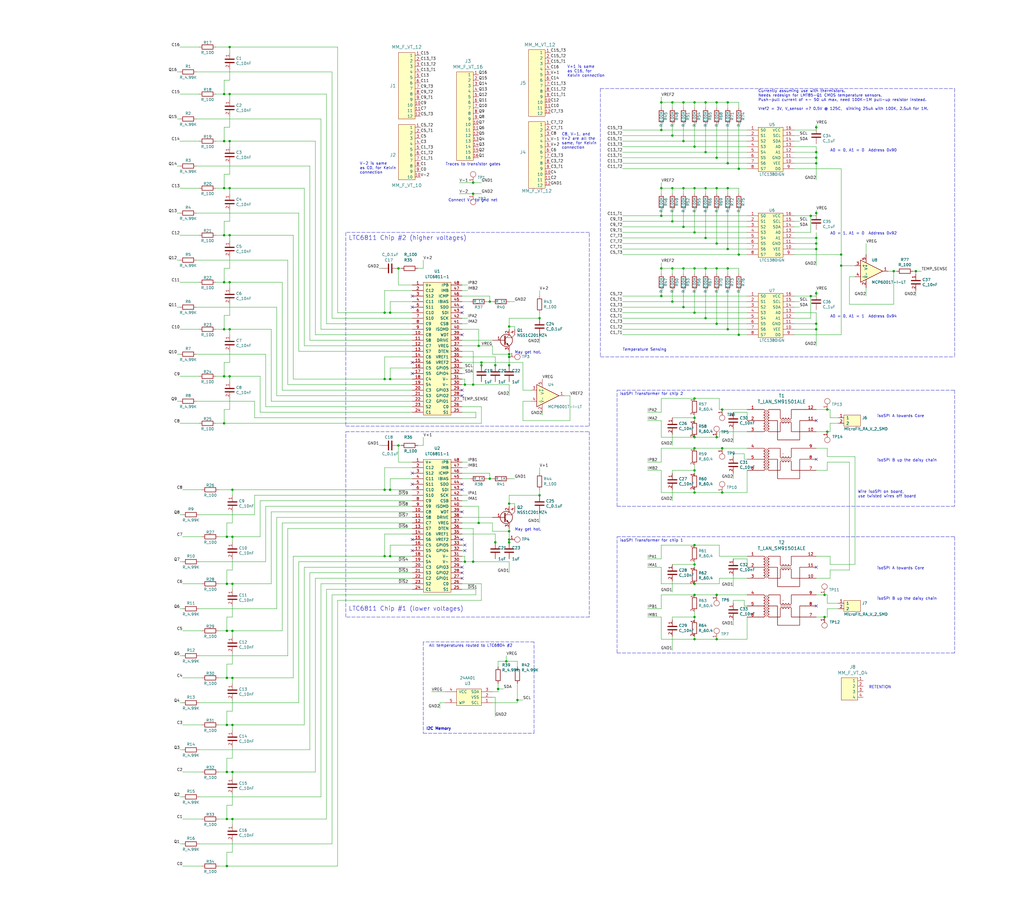
<source format=kicad_sch>
(kicad_sch (version 20211123) (generator eeschema)
  (paper "User" 470.002 419.989)
  (title_block (title "BMS Peripheral") (date "2019-09-17") (rev "Rev 0") (company "Olin Electric Motorsports") (comment 1 "Vienna Scheyer"))
  (junction (at 323.85 86.36))
  (junction (at 233.68 243.84))
  (junction (at 374.65 97.79))
  (junction (at 105.41 172.72))
  (junction (at 318.77 182.88))
  (junction (at 106.68 246.38))
  (junction (at 313.69 86.36))
  (junction (at 102.87 172.72))
  (junction (at 179.07 255.27))
  (junction (at 339.09 116.84))
  (junction (at 217.17 88.9))
  (junction (at 176.53 224.79))
  (junction (at 378.46 273.05))
  (junction (at 379.73 198.12))
  (junction (at 106.68 354.33))
  (junction (at 233.68 247.65))
  (junction (at 328.93 148.59))
  (junction (at 334.01 74.93))
  (junction (at 106.68 289.56))
  (junction (at 233.68 167.64))
  (junction (at 328.93 72.39))
  (junction (at 331.47 226.06))
  (junction (at 224.79 138.43))
  (junction (at 105.41 151.13))
  (junction (at 374.65 58.42))
  (junction (at 318.77 143.51))
  (junction (at 303.53 59.69))
  (junction (at 334.01 86.36))
  (junction (at 318.77 273.05))
  (junction (at 420.37 124.46))
  (junction (at 105.41 21.59))
  (junction (at 308.61 62.23))
  (junction (at 328.93 86.36))
  (junction (at 220.98 166.37))
  (junction (at 303.53 99.06))
  (junction (at 374.65 69.85))
  (junction (at 331.47 205.74))
  (junction (at 233.68 149.86))
  (junction (at 323.85 146.05))
  (junction (at 217.17 83.82))
  (junction (at 233.68 163.83))
  (junction (at 104.14 311.15))
  (junction (at 323.85 69.85))
  (junction (at 318.77 226.06))
  (junction (at 318.77 250.19))
  (junction (at 176.53 143.51))
  (junction (at 386.08 116.84))
  (junction (at 217.17 176.53))
  (junction (at 318.77 267.97))
  (junction (at 217.17 257.81))
  (junction (at 318.77 200.66))
  (junction (at 374.65 111.76))
  (junction (at 105.41 43.18))
  (junction (at 303.53 86.36))
  (junction (at 308.61 123.19))
  (junction (at 374.65 74.93))
  (junction (at 318.77 215.9))
  (junction (at 106.68 311.15))
  (junction (at 374.65 72.39))
  (junction (at 323.85 109.22))
  (junction (at 237.49 321.31))
  (junction (at 179.07 143.51))
  (junction (at 104.14 332.74))
  (junction (at 308.61 101.6))
  (junction (at 104.14 246.38))
  (junction (at 102.87 64.77))
  (junction (at 328.93 111.76))
  (junction (at 378.46 283.21))
  (junction (at 328.93 273.05))
  (junction (at 318.77 106.68))
  (junction (at 323.85 46.99))
  (junction (at 339.09 153.67))
  (junction (at 105.41 64.77))
  (junction (at 220.98 167.64))
  (junction (at 379.73 187.96))
  (junction (at 372.11 135.89))
  (junction (at 179.07 224.79))
  (junction (at 334.01 46.99))
  (junction (at 308.61 86.36))
  (junction (at 104.14 289.56))
  (junction (at 374.65 151.13))
  (junction (at 105.41 107.95))
  (junction (at 308.61 46.99))
  (junction (at 213.36 176.53))
  (junction (at 318.77 283.21))
  (junction (at 233.68 248.92))
  (junction (at 219.71 240.03))
  (junction (at 313.69 46.99))
  (junction (at 104.14 267.97))
  (junction (at 227.33 167.64))
  (junction (at 334.01 123.19))
  (junction (at 313.69 64.77))
  (junction (at 334.01 114.3))
  (junction (at 318.77 46.99))
  (junction (at 313.69 140.97))
  (junction (at 328.93 200.66))
  (junction (at 318.77 191.77))
  (junction (at 318.77 293.37))
  (junction (at 318.77 123.19))
  (junction (at 228.6 316.23))
  (junction (at 102.87 151.13))
  (junction (at 328.93 123.19))
  (junction (at 104.14 354.33))
  (junction (at 102.87 129.54))
  (junction (at 303.53 123.19))
  (junction (at 331.47 187.96))
  (junction (at 182.88 204.47))
  (junction (at 232.41 303.53))
  (junction (at 339.09 77.47))
  (junction (at 323.85 123.19))
  (junction (at 374.65 134.62))
  (junction (at 102.87 194.31))
  (junction (at 318.77 67.31))
  (junction (at 102.87 86.36))
  (junction (at 106.68 267.97))
  (junction (at 303.53 46.99))
  (junction (at 328.93 293.37))
  (junction (at 313.69 123.19))
  (junction (at 410.21 124.46))
  (junction (at 386.08 121.92))
  (junction (at 227.33 248.92))
  (junction (at 102.87 107.95))
  (junction (at 224.79 219.71))
  (junction (at 106.68 224.79))
  (junction (at 374.65 114.3))
  (junction (at 247.65 146.05))
  (junction (at 102.87 43.18))
  (junction (at 313.69 104.14))
  (junction (at 303.53 135.89))
  (junction (at 308.61 138.43))
  (junction (at 318.77 259.08))
  (junction (at 247.65 227.33))
  (junction (at 104.14 375.92))
  (junction (at 374.65 109.22))
  (junction (at 233.68 162.56))
  (junction (at 213.36 257.81))
  (junction (at 176.53 255.27))
  (junction (at 374.65 148.59))
  (junction (at 106.68 332.74))
  (junction (at 318.77 86.36))
  (junction (at 105.41 86.36))
  (junction (at 105.41 129.54))
  (junction (at 328.93 46.99))
  (junction (at 104.14 397.51))
  (junction (at 219.71 158.75))
  (junction (at 106.68 375.92))
  (junction (at 182.88 123.19))
  (junction (at 372.11 99.06))
  (junction (at 233.68 231.14))
  (junction (at 334.01 151.13))
  (junction (at 179.07 173.99))
  (junction (at 176.53 173.99))
  (junction (at 318.77 205.74))
  (no_connect (at 189.23 166.37))
  (no_connect (at 189.23 252.73))
  (no_connect (at 189.23 217.17))
  (no_connect (at 212.09 140.97))
  (no_connect (at 189.23 222.25))
  (no_connect (at 189.23 247.65))
  (no_connect (at 212.09 222.25))
  (no_connect (at 212.09 265.43))
  (no_connect (at 374.65 278.13))
  (no_connect (at 212.09 234.95))
  (no_connect (at 212.09 181.61))
  (no_connect (at 374.65 260.35))
  (no_connect (at 189.23 171.45))
  (no_connect (at 374.65 193.04))
  (no_connect (at 189.23 135.89))
  (no_connect (at 212.09 247.65))
  (no_connect (at 212.09 153.67))
  (no_connect (at 189.23 140.97))
  (no_connect (at 212.09 262.89))
  (no_connect (at 213.36 252.73))
  (no_connect (at 212.09 179.07))
  (no_connect (at 212.09 143.51))
  (no_connect (at 212.09 260.35))
  (no_connect (at 374.65 210.82))
  (no_connect (at 213.36 250.19))
  (no_connect (at 212.09 224.79))
  (wire (pts (xy 91.44 236.22) (xy 116.84 236.22)))
  (wire (pts (xy 328.93 46.99) (xy 328.93 49.53)))
  (wire (pts (xy 182.88 204.47) (xy 182.88 212.09)))
  (wire (pts (xy 308.61 123.19) (xy 308.61 125.73)))
  (wire (pts (xy 233.68 163.83) (xy 233.68 167.64)))
  (wire (pts (xy 104.14 369.57) (xy 104.14 375.92)))
  (wire (pts (xy 220.98 275.59) (xy 154.94 275.59)))
  (wire (pts (xy 313.69 104.14) (xy 285.75 104.14)))
  (polyline (pts (xy 270.51 195.58) (xy 270.51 106.68)))
  (wire (pts (xy 313.69 57.15) (xy 313.69 64.77)))
  (wire (pts (xy 303.53 260.35) (xy 303.53 267.97)))
  (wire (pts (xy 342.9 114.3) (xy 334.01 114.3)))
  (wire (pts (xy 379.73 212.09) (xy 379.73 215.9)))
  (wire (pts (xy 323.85 146.05) (xy 342.9 146.05)))
  (wire (pts (xy 248.92 190.5) (xy 248.92 189.23)))
  (wire (pts (xy 134.62 311.15) (xy 134.62 255.27)))
  (wire (pts (xy 323.85 86.36) (xy 323.85 88.9)))
  (wire (pts (xy 367.03 64.77) (xy 364.49 64.77)))
  (wire (pts (xy 127 237.49) (xy 189.23 237.49)))
  (wire (pts (xy 236.22 138.43) (xy 233.68 138.43)))
  (wire (pts (xy 372.11 99.06) (xy 374.65 99.06)))
  (wire (pts (xy 152.4 273.05) (xy 152.4 387.35)))
  (wire (pts (xy 318.77 200.66) (xy 328.93 200.66)))
  (wire (pts (xy 318.77 86.36) (xy 318.77 88.9)))
  (wire (pts (xy 303.53 57.15) (xy 303.53 59.69)))
  (wire (pts (xy 303.53 205.74) (xy 303.53 212.09)))
  (wire (pts (xy 323.85 46.99) (xy 323.85 49.53)))
  (wire (pts (xy 233.68 227.33) (xy 233.68 231.14)))
  (wire (pts (xy 330.2 265.43) (xy 330.2 267.97)))
  (wire (pts (xy 323.85 96.52) (xy 323.85 109.22)))
  (wire (pts (xy 247.65 143.51) (xy 247.65 146.05)))
  (wire (pts (xy 372.11 135.89) (xy 374.65 135.89)))
  (wire (pts (xy 318.77 215.9) (xy 308.61 215.9)))
  (wire (pts (xy 384.81 279.4) (xy 379.73 279.4)))
  (wire (pts (xy 410.21 139.7) (xy 410.21 124.46)))
  (wire (pts (xy 240.03 193.04) (xy 261.62 193.04)))
  (wire (pts (xy 323.85 86.36) (xy 318.77 86.36)))
  (wire (pts (xy 226.06 240.03) (xy 219.71 240.03)))
  (wire (pts (xy 176.53 133.35) (xy 189.23 133.35)))
  (wire (pts (xy 102.87 144.78) (xy 102.87 151.13)))
  (wire (pts (xy 100.33 375.92) (xy 104.14 375.92)))
  (wire (pts (xy 144.78 153.67) (xy 144.78 64.77)))
  (wire (pts (xy 82.55 172.72) (xy 91.44 172.72)))
  (wire (pts (xy 379.73 276.86) (xy 384.81 276.86)))
  (wire (pts (xy 106.68 311.15) (xy 106.68 313.69)))
  (wire (pts (xy 212.09 257.81) (xy 213.36 257.81)))
  (wire (pts (xy 82.55 184.15) (xy 81.28 184.15)))
  (wire (pts (xy 318.77 205.74) (xy 331.47 205.74)))
  (wire (pts (xy 247.65 153.67) (xy 247.65 157.48)))
  (wire (pts (xy 308.61 133.35) (xy 308.61 138.43)))
  (wire (pts (xy 389.89 212.09) (xy 389.89 261.62)))
  (wire (pts (xy 220.98 194.31) (xy 220.98 186.69)))
  (wire (pts (xy 303.53 256.54) (xy 297.18 256.54)))
  (wire (pts (xy 129.54 179.07) (xy 129.54 129.54)))
  (wire (pts (xy 99.06 21.59) (xy 105.41 21.59)))
  (wire (pts (xy 285.75 62.23) (xy 308.61 62.23)))
  (wire (pts (xy 318.77 57.15) (xy 318.77 67.31)))
  (wire (pts (xy 336.55 217.17) (xy 336.55 219.71)))
  (wire (pts (xy 83.82 279.4) (xy 82.55 279.4)))
  (wire (pts (xy 149.86 148.59) (xy 149.86 43.18)))
  (wire (pts (xy 328.93 57.15) (xy 328.93 72.39)))
  (wire (pts (xy 285.75 67.31) (xy 318.77 67.31)))
  (wire (pts (xy 214.63 227.33) (xy 212.09 227.33)))
  (wire (pts (xy 102.87 166.37) (xy 102.87 172.72)))
  (wire (pts (xy 105.41 151.13) (xy 124.46 151.13)))
  (wire (pts (xy 233.68 248.92) (xy 233.68 250.19)))
  (wire (pts (xy 106.68 224.79) (xy 106.68 227.33)))
  (polyline (pts (xy 438.15 179.07) (xy 438.15 232.41)))
  (wire (pts (xy 82.55 194.31) (xy 91.44 194.31)))
  (wire (pts (xy 83.82 332.74) (xy 92.71 332.74)))
  (wire (pts (xy 374.65 114.3) (xy 374.65 121.92)))
  (wire (pts (xy 104.14 326.39) (xy 104.14 332.74)))
  (wire (pts (xy 104.14 283.21) (xy 104.14 289.56)))
  (wire (pts (xy 374.65 58.42) (xy 374.65 59.69)))
  (wire (pts (xy 204.47 322.58) (xy 201.93 322.58)))
  (wire (pts (xy 303.53 215.9) (xy 297.18 215.9)))
  (wire (pts (xy 90.17 162.56) (xy 121.92 162.56)))
  (wire (pts (xy 83.82 257.81) (xy 82.55 257.81)))
  (wire (pts (xy 342.9 256.54) (xy 336.55 256.54)))
  (wire (pts (xy 334.01 46.99) (xy 334.01 49.53)))
  (wire (pts (xy 303.53 123.19) (xy 303.53 125.73)))
  (wire (pts (xy 334.01 46.99) (xy 328.93 46.99)))
  (wire (pts (xy 236.22 151.13) (xy 236.22 149.86)))
  (wire (pts (xy 137.16 161.29) (xy 189.23 161.29)))
  (wire (pts (xy 240.03 184.15) (xy 240.03 193.04)))
  (wire (pts (xy 334.01 86.36) (xy 334.01 88.9)))
  (wire (pts (xy 82.55 33.02) (xy 81.28 33.02)))
  (wire (pts (xy 227.33 320.04) (xy 227.33 328.93)))
  (wire (pts (xy 308.61 86.36) (xy 308.61 88.9)))
  (wire (pts (xy 227.33 163.83) (xy 227.33 167.64)))
  (wire (pts (xy 227.33 245.11) (xy 227.33 248.92)))
  (wire (pts (xy 303.53 133.35) (xy 303.53 135.89)))
  (wire (pts (xy 313.69 64.77) (xy 285.75 64.77)))
  (wire (pts (xy 243.84 184.15) (xy 240.03 184.15)))
  (wire (pts (xy 381 194.31) (xy 381 198.12)))
  (wire (pts (xy 132.08 176.53) (xy 132.08 119.38)))
  (wire (pts (xy 83.82 354.33) (xy 92.71 354.33)))
  (wire (pts (xy 99.06 43.18) (xy 102.87 43.18)))
  (wire (pts (xy 342.9 193.04) (xy 342.9 189.23)))
  (wire (pts (xy 236.22 232.41) (xy 236.22 231.14)))
  (wire (pts (xy 82.55 76.2) (xy 81.28 76.2)))
  (wire (pts (xy 105.41 144.78) (xy 102.87 144.78)))
  (wire (pts (xy 179.07 250.19) (xy 189.23 250.19)))
  (wire (pts (xy 374.65 143.51) (xy 374.65 148.59)))
  (wire (pts (xy 318.77 293.37) (xy 328.93 293.37)))
  (wire (pts (xy 339.09 153.67) (xy 342.9 153.67)))
  (wire (pts (xy 142.24 76.2) (xy 142.24 156.21)))
  (wire (pts (xy 106.68 369.57) (xy 104.14 369.57)))
  (wire (pts (xy 82.55 21.59) (xy 91.44 21.59)))
  (wire (pts (xy 90.17 184.15) (xy 116.84 184.15)))
  (wire (pts (xy 218.44 189.23) (xy 218.44 191.77)))
  (wire (pts (xy 308.61 57.15) (xy 308.61 62.23)))
  (wire (pts (xy 308.61 138.43) (xy 342.9 138.43)))
  (wire (pts (xy 342.9 260.35) (xy 342.9 256.54)))
  (wire (pts (xy 147.32 54.61) (xy 147.32 151.13)))
  (wire (pts (xy 102.87 129.54) (xy 105.41 129.54)))
  (wire (pts (xy 364.49 148.59) (xy 374.65 148.59)))
  (wire (pts (xy 189.23 270.51) (xy 149.86 270.51)))
  (wire (pts (xy 364.49 72.39) (xy 374.65 72.39)))
  (wire (pts (xy 106.68 261.62) (xy 104.14 261.62)))
  (wire (pts (xy 336.55 275.59) (xy 336.55 276.86)))
  (wire (pts (xy 318.77 191.77) (xy 308.61 191.77)))
  (wire (pts (xy 303.53 267.97) (xy 318.77 267.97)))
  (wire (pts (xy 313.69 96.52) (xy 313.69 104.14)))
  (wire (pts (xy 189.23 232.41) (xy 121.92 232.41)))
  (wire (pts (xy 364.49 114.3) (xy 374.65 114.3)))
  (wire (pts (xy 379.73 205.74) (xy 379.73 209.55)))
  (wire (pts (xy 139.7 260.35) (xy 189.23 260.35)))
  (wire (pts (xy 318.77 191.77) (xy 318.77 193.04)))
  (wire (pts (xy 189.23 257.81) (xy 137.16 257.81)))
  (wire (pts (xy 328.93 123.19) (xy 323.85 123.19)))
  (wire (pts (xy 323.85 69.85) (xy 342.9 69.85)))
  (wire (pts (xy 420.37 124.46) (xy 420.37 125.73)))
  (wire (pts (xy 233.68 162.56) (xy 233.68 163.83)))
  (wire (pts (xy 90.17 119.38) (xy 132.08 119.38)))
  (wire (pts (xy 176.53 133.35) (xy 176.53 143.51)))
  (wire (pts (xy 212.09 151.13) (xy 219.71 151.13)))
  (wire (pts (xy 336.55 208.28) (xy 336.55 209.55)))
  (wire (pts (xy 318.77 226.06) (xy 331.47 226.06)))
  (wire (pts (xy 124.46 184.15) (xy 124.46 151.13)))
  (wire (pts (xy 341.63 275.59) (xy 336.55 275.59)))
  (wire (pts (xy 334.01 123.19) (xy 328.93 123.19)))
  (wire (pts (xy 179.07 168.91) (xy 179.07 173.99)))
  (wire (pts (xy 213.36 173.99) (xy 213.36 176.53)))
  (wire (pts (xy 308.61 46.99) (xy 303.53 46.99)))
  (wire (pts (xy 182.88 212.09) (xy 189.23 212.09)))
  (wire (pts (xy 228.6 317.5) (xy 228.6 316.23)))
  (wire (pts (xy 82.55 107.95) (xy 91.44 107.95)))
  (wire (pts (xy 194.31 204.47) (xy 194.31 200.66)))
  (wire (pts (xy 364.49 135.89) (xy 372.11 135.89)))
  (wire (pts (xy 147.32 151.13) (xy 189.23 151.13)))
  (wire (pts (xy 247.65 234.95) (xy 247.65 240.03)))
  (wire (pts (xy 231.14 316.23) (xy 228.6 316.23)))
  (wire (pts (xy 212.09 161.29) (xy 217.17 161.29)))
  (wire (pts (xy 381 259.08) (xy 392.43 259.08)))
  (wire (pts (xy 285.75 111.76) (xy 328.93 111.76)))
  (wire (pts (xy 303.53 182.88) (xy 318.77 182.88)))
  (wire (pts (xy 105.41 43.18) (xy 149.86 43.18)))
  (wire (pts (xy 100.33 267.97) (xy 104.14 267.97)))
  (wire (pts (xy 374.65 273.05) (xy 378.46 273.05)))
  (wire (pts (xy 189.23 242.57) (xy 132.08 242.57)))
  (wire (pts (xy 381 198.12) (xy 379.73 198.12)))
  (wire (pts (xy 83.82 344.17) (xy 82.55 344.17)))
  (wire (pts (xy 105.41 182.88) (xy 105.41 187.96)))
  (wire (pts (xy 134.62 255.27) (xy 176.53 255.27)))
  (wire (pts (xy 106.68 246.38) (xy 119.38 246.38)))
  (wire (pts (xy 318.77 106.68) (xy 342.9 106.68)))
  (wire (pts (xy 83.82 311.15) (xy 92.71 311.15)))
  (wire (pts (xy 176.53 214.63) (xy 189.23 214.63)))
  (wire (pts (xy 223.52 219.71) (xy 224.79 219.71)))
  (wire (pts (xy 105.41 86.36) (xy 105.41 88.9)))
  (wire (pts (xy 261.62 181.61) (xy 261.62 193.04)))
  (wire (pts (xy 342.9 265.43) (xy 330.2 265.43)))
  (wire (pts (xy 233.68 176.53) (xy 233.68 181.61)))
  (wire (pts (xy 226.06 162.56) (xy 226.06 158.75)))
  (wire (pts (xy 237.49 322.58) (xy 237.49 321.31)))
  (wire (pts (xy 381 259.08) (xy 381 255.27)))
  (wire (pts (xy 334.01 57.15) (xy 334.01 74.93)))
  (wire (pts (xy 212.09 217.17) (xy 224.79 217.17)))
  (wire (pts (xy 372.11 99.06) (xy 372.11 106.68)))
  (wire (pts (xy 364.49 74.93) (xy 374.65 74.93)))
  (wire (pts (xy 100.33 311.15) (xy 104.14 311.15)))
  (wire (pts (xy 232.41 300.99) (xy 232.41 303.53)))
  (polyline (pts (xy 283.21 232.41) (xy 283.21 179.07)))
  (wire (pts (xy 104.14 354.33) (xy 106.68 354.33)))
  (wire (pts (xy 212.09 189.23) (xy 218.44 189.23)))
  (wire (pts (xy 119.38 172.72) (xy 119.38 189.23)))
  (wire (pts (xy 364.49 138.43) (xy 367.03 138.43)))
  (wire (pts (xy 384.81 194.31) (xy 381 194.31)))
  (wire (pts (xy 334.01 86.36) (xy 328.93 86.36)))
  (wire (pts (xy 374.65 109.22) (xy 374.65 111.76)))
  (wire (pts (xy 176.53 173.99) (xy 134.62 173.99)))
  (wire (pts (xy 419.1 124.46) (xy 420.37 124.46)))
  (wire (pts (xy 318.77 46.99) (xy 318.77 49.53)))
  (wire (pts (xy 214.63 212.09) (xy 212.09 212.09)))
  (wire (pts (xy 303.53 273.05) (xy 303.53 279.4)))
  (wire (pts (xy 247.65 224.79) (xy 247.65 227.33)))
  (wire (pts (xy 364.49 99.06) (xy 372.11 99.06)))
  (wire (pts (xy 331.47 187.96) (xy 330.2 187.96)))
  (wire (pts (xy 116.84 227.33) (xy 116.84 236.22)))
  (wire (pts (xy 318.77 250.19) (xy 330.2 250.19)))
  (wire (pts (xy 106.68 283.21) (xy 104.14 283.21)))
  (wire (pts (xy 308.61 96.52) (xy 308.61 101.6)))
  (wire (pts (xy 105.41 21.59) (xy 105.41 24.13)))
  (wire (pts (xy 90.17 140.97) (xy 127 140.97)))
  (wire (pts (xy 374.65 67.31) (xy 374.65 69.85)))
  (wire (pts (xy 323.85 69.85) (xy 285.75 69.85)))
  (wire (pts (xy 102.87 187.96) (xy 102.87 194.31)))
  (wire (pts (xy 134.62 173.99) (xy 134.62 107.95)))
  (wire (pts (xy 189.23 229.87) (xy 119.38 229.87)))
  (wire (pts (xy 217.17 176.53) (xy 233.68 176.53)))
  (wire (pts (xy 285.75 77.47) (xy 339.09 77.47)))
  (wire (pts (xy 218.44 191.77) (xy 116.84 191.77)))
  (wire (pts (xy 233.68 243.84) (xy 226.06 243.84)))
  (wire (pts (xy 106.68 354.33) (xy 106.68 356.87)))
  (wire (pts (xy 106.68 326.39) (xy 104.14 326.39)))
  (wire (pts (xy 106.68 267.97) (xy 124.46 267.97)))
  (wire (pts (xy 374.65 96.52) (xy 374.65 97.79)))
  (wire (pts (xy 318.77 143.51) (xy 342.9 143.51)))
  (wire (pts (xy 381 261.62) (xy 389.89 261.62)))
  (wire (pts (xy 303.53 182.88) (xy 303.53 189.23)))
  (wire (pts (xy 339.09 46.99) (xy 334.01 46.99)))
  (wire (pts (xy 90.17 33.02) (xy 152.4 33.02)))
  (wire (pts (xy 91.44 387.35) (xy 152.4 387.35)))
  (wire (pts (xy 121.92 186.69) (xy 121.92 162.56)))
  (wire (pts (xy 323.85 109.22) (xy 342.9 109.22)))
  (wire (pts (xy 100.33 246.38) (xy 104.14 246.38)))
  (wire (pts (xy 105.41 107.95) (xy 134.62 107.95)))
  (wire (pts (xy 381 187.96) (xy 379.73 187.96)))
  (wire (pts (xy 318.77 283.21) (xy 308.61 283.21)))
  (wire (pts (xy 364.49 153.67) (xy 386.08 153.67)))
  (wire (pts (xy 328.93 200.66) (xy 330.2 200.66)))
  (wire (pts (xy 106.68 256.54) (xy 106.68 261.62)))
  (wire (pts (xy 330.2 198.12) (xy 330.2 200.66)))
  (wire (pts (xy 240.03 179.07) (xy 243.84 179.07)))
  (wire (pts (xy 82.55 97.79) (xy 81.28 97.79)))
  (wire (pts (xy 303.53 250.19) (xy 303.53 256.54)))
  (wire (pts (xy 102.87 123.19) (xy 102.87 129.54)))
  (polyline (pts (xy 158.75 106.68) (xy 158.75 195.58)))
  (wire (pts (xy 105.41 107.95) (xy 105.41 110.49)))
  (wire (pts (xy 308.61 266.7) (xy 308.61 271.78)))
  (wire (pts (xy 220.98 275.59) (xy 220.98 267.97)))
  (wire (pts (xy 106.68 332.74) (xy 106.68 335.28)))
  (wire (pts (xy 212.09 138.43) (xy 215.9 138.43)))
  (wire (pts (xy 106.68 267.97) (xy 106.68 270.51)))
  (wire (pts (xy 389.89 139.7) (xy 410.21 139.7)))
  (wire (pts (xy 308.61 224.79) (xy 308.61 229.87)))
  (wire (pts (xy 308.61 283.21) (xy 308.61 284.48)))
  (wire (pts (xy 104.14 397.51) (xy 100.33 397.51)))
  (wire (pts (xy 106.68 224.79) (xy 176.53 224.79)))
  (wire (pts (xy 152.4 146.05) (xy 189.23 146.05)))
  (wire (pts (xy 342.9 198.12) (xy 330.2 198.12)))
  (wire (pts (xy 318.77 123.19) (xy 313.69 123.19)))
  (wire (pts (xy 189.23 153.67) (xy 144.78 153.67)))
  (wire (pts (xy 176.53 163.83) (xy 189.23 163.83)))
  (wire (pts (xy 318.77 67.31) (xy 342.9 67.31)))
  (wire (pts (xy 106.68 391.16) (xy 104.14 391.16)))
  (wire (pts (xy 116.84 191.77) (xy 116.84 184.15)))
  (wire (pts (xy 179.07 168.91) (xy 189.23 168.91)))
  (wire (pts (xy 83.82 224.79) (xy 92.71 224.79)))
  (polyline (pts (xy 270.51 198.12) (xy 270.51 283.21)))
  (wire (pts (xy 374.65 111.76) (xy 374.65 114.3)))
  (wire (pts (xy 102.87 172.72) (xy 105.41 172.72)))
  (wire (pts (xy 105.41 101.6) (xy 102.87 101.6)))
  (wire (pts (xy 342.9 104.14) (xy 313.69 104.14)))
  (wire (pts (xy 83.82 322.58) (xy 82.55 322.58)))
  (polyline (pts (xy 438.15 299.72) (xy 283.21 299.72)))
  (wire (pts (xy 303.53 83.82) (xy 303.53 86.36)))
  (wire (pts (xy 106.68 246.38) (xy 106.68 248.92)))
  (wire (pts (xy 224.79 135.89) (xy 224.79 138.43)))
  (wire (pts (xy 341.63 208.28) (xy 336.55 208.28)))
  (wire (pts (xy 339.09 116.84) (xy 342.9 116.84)))
  (wire (pts (xy 102.87 101.6) (xy 102.87 107.95)))
  (wire (pts (xy 336.55 264.16) (xy 336.55 269.24)))
  (wire (pts (xy 318.77 182.88) (xy 330.2 182.88)))
  (wire (pts (xy 232.41 303.53) (xy 237.49 303.53)))
  (wire (pts (xy 82.55 151.13) (xy 91.44 151.13)))
  (wire (pts (xy 189.23 181.61) (xy 127 181.61)))
  (wire (pts (xy 105.41 129.54) (xy 105.41 132.08)))
  (wire (pts (xy 364.49 59.69) (xy 374.65 59.69)))
  (wire (pts (xy 189.23 138.43) (xy 179.07 138.43)))
  (wire (pts (xy 331.47 226.06) (xy 342.9 226.06)))
  (wire (pts (xy 233.68 242.57) (xy 233.68 243.84)))
  (wire (pts (xy 100.33 332.74) (xy 104.14 332.74)))
  (wire (pts (xy 323.85 109.22) (xy 285.75 109.22)))
  (wire (pts (xy 105.41 80.01) (xy 102.87 80.01)))
  (wire (pts (xy 303.53 193.04) (xy 303.53 200.66)))
  (wire (pts (xy 379.73 279.4) (xy 379.73 283.21)))
  (wire (pts (xy 219.71 151.13) (xy 219.71 158.75)))
  (wire (pts (xy 82.55 64.77) (xy 91.44 64.77)))
  (wire (pts (xy 176.53 255.27) (xy 179.07 255.27)))
  (wire (pts (xy 313.69 140.97) (xy 285.75 140.97)))
  (wire (pts (xy 392.43 127) (xy 389.89 127)))
  (wire (pts (xy 364.49 69.85) (xy 374.65 69.85)))
  (wire (pts (xy 364.49 77.47) (xy 386.08 77.47)))
  (wire (pts (xy 303.53 260.35) (xy 297.18 260.35)))
  (wire (pts (xy 220.98 166.37) (xy 240.03 166.37)))
  (wire (pts (xy 374.65 67.31) (xy 364.49 67.31)))
  (wire (pts (xy 378.46 283.21) (xy 374.65 283.21)))
  (wire (pts (xy 83.82 236.22) (xy 82.55 236.22)))
  (wire (pts (xy 176.53 163.83) (xy 176.53 173.99)))
  (wire (pts (xy 106.68 332.74) (xy 139.7 332.74)))
  (wire (pts (xy 224.79 217.17) (xy 224.79 219.71)))
  (wire (pts (xy 318.77 224.79) (xy 318.77 226.06)))
  (wire (pts (xy 303.53 46.99) (xy 303.53 49.53)))
  (wire (pts (xy 142.24 262.89) (xy 142.24 344.17)))
  (wire (pts (xy 106.68 289.56) (xy 106.68 292.1)))
  (wire (pts (xy 154.94 143.51) (xy 154.94 21.59)))
  (wire (pts (xy 121.92 232.41) (xy 121.92 257.81)))
  (wire (pts (xy 139.7 158.75) (xy 139.7 86.36)))
  (wire (pts (xy 106.68 375.92) (xy 149.86 375.92)))
  (wire (pts (xy 328.93 72.39) (xy 342.9 72.39)))
  (wire (pts (xy 83.82 387.35) (xy 82.55 387.35)))
  (wire (pts (xy 132.08 242.57) (xy 132.08 300.99)))
  (wire (pts (xy 212.09 133.35) (xy 214.63 133.35)))
  (wire (pts (xy 308.61 292.1) (xy 308.61 298.45)))
  (wire (pts (xy 318.77 96.52) (xy 318.77 106.68)))
  (wire (pts (xy 226.06 156.21) (xy 212.09 156.21)))
  (wire (pts (xy 106.68 375.92) (xy 106.68 378.46)))
  (wire (pts (xy 212.09 176.53) (xy 213.36 176.53)))
  (wire (pts (xy 392.43 209.55) (xy 392.43 259.08)))
  (wire (pts (xy 392.43 121.92) (xy 386.08 121.92)))
  (wire (pts (xy 228.6 303.53) (xy 232.41 303.53)))
  (wire (pts (xy 303.53 279.4) (xy 297.18 279.4)))
  (wire (pts (xy 374.65 143.51) (xy 364.49 143.51)))
  (wire (pts (xy 397.51 132.08) (xy 397.51 135.89)))
  (wire (pts (xy 313.69 86.36) (xy 308.61 86.36)))
  (polyline (pts (xy 158.75 198.12) (xy 270.51 198.12)))
  (wire (pts (xy 389.89 127) (xy 389.89 139.7)))
  (wire (pts (xy 90.17 54.61) (xy 147.32 54.61)))
  (wire (pts (xy 105.41 118.11) (xy 105.41 123.19)))
  (wire (pts (xy 90.17 97.79) (xy 137.16 97.79)))
  (wire (pts (xy 226.06 243.84) (xy 226.06 240.03)))
  (wire (pts (xy 342.9 283.21) (xy 342.9 293.37)))
  (wire (pts (xy 339.09 49.53) (xy 339.09 46.99)))
  (wire (pts (xy 228.6 303.53) (xy 228.6 306.07)))
  (wire (pts (xy 91.44 279.4) (xy 127 279.4)))
  (wire (pts (xy 308.61 123.19) (xy 303.53 123.19)))
  (wire (pts (xy 342.9 187.96) (xy 331.47 187.96)))
  (wire (pts (xy 285.75 99.06) (xy 303.53 99.06)))
  (wire (pts (xy 104.14 375.92) (xy 106.68 375.92)))
  (wire (pts (xy 176.53 245.11) (xy 176.53 255.27)))
  (wire (pts (xy 336.55 284.48) (xy 336.55 287.02)))
  (wire (pts (xy 339.09 96.52) (xy 339.09 116.84)))
  (wire (pts (xy 303.53 226.06) (xy 303.53 215.9)))
  (wire (pts (xy 303.53 120.65) (xy 303.53 123.19)))
  (wire (pts (xy 219.71 232.41) (xy 219.71 240.03)))
  (polyline (pts (xy 245.11 294.64) (xy 194.31 294.64)))
  (wire (pts (xy 342.9 210.82) (xy 341.63 210.82)))
  (wire (pts (xy 212.09 173.99) (xy 213.36 173.99)))
  (wire (pts (xy 422.91 124.46) (xy 420.37 124.46)))
  (wire (pts (xy 379.73 198.12) (xy 374.65 198.12)))
  (wire (pts (xy 129.54 240.03) (xy 129.54 289.56)))
  (wire (pts (xy 308.61 62.23) (xy 342.9 62.23)))
  (wire (pts (xy 176.53 214.63) (xy 176.53 224.79)))
  (wire (pts (xy 102.87 194.31) (xy 220.98 194.31)))
  (wire (pts (xy 374.65 133.35) (xy 374.65 134.62)))
  (polyline (pts (xy 270.51 283.21) (xy 158.75 283.21)))
  (wire (pts (xy 318.77 259.08) (xy 318.77 260.35)))
  (wire (pts (xy 106.68 299.72) (xy 106.68 304.8)))
  (wire (pts (xy 261.62 181.61) (xy 259.08 181.61)))
  (wire (pts (xy 318.77 46.99) (xy 313.69 46.99)))
  (wire (pts (xy 227.33 167.64) (xy 227.33 168.91)))
  (wire (pts (xy 152.4 33.02) (xy 152.4 146.05)))
  (wire (pts (xy 367.03 104.14) (xy 364.49 104.14)))
  (wire (pts (xy 374.65 97.79) (xy 374.65 99.06)))
  (wire (pts (xy 220.98 186.69) (xy 212.09 186.69)))
  (wire (pts (xy 342.9 278.13) (xy 341.63 278.13)))
  (wire (pts (xy 220.98 267.97) (xy 212.09 267.97)))
  (wire (pts (xy 179.07 138.43) (xy 179.07 143.51)))
  (wire (pts (xy 339.09 123.19) (xy 334.01 123.19)))
  (wire (pts (xy 179.07 219.71) (xy 179.07 224.79)))
  (wire (pts (xy 189.23 143.51) (xy 179.07 143.51)))
  (wire (pts (xy 334.01 96.52) (xy 334.01 114.3)))
  (wire (pts (xy 104.14 304.8) (xy 104.14 311.15)))
  (wire (pts (xy 116.84 227.33) (xy 189.23 227.33)))
  (wire (pts (xy 226.06 317.5) (xy 228.6 317.5)))
  (wire (pts (xy 339.09 88.9) (xy 339.09 86.36)))
  (wire (pts (xy 342.9 74.93) (xy 334.01 74.93)))
  (wire (pts (xy 119.38 229.87) (xy 119.38 246.38)))
  (wire (pts (xy 106.68 347.98) (xy 104.14 347.98)))
  (wire (pts (xy 341.63 278.13) (xy 341.63 275.59)))
  (wire (pts (xy 105.41 36.83) (xy 102.87 36.83)))
  (wire (pts (xy 82.55 54.61) (xy 81.28 54.61)))
  (wire (pts (xy 82.55 43.18) (xy 91.44 43.18)))
  (wire (pts (xy 201.93 322.58) (xy 201.93 325.12)))
  (wire (pts (xy 328.93 123.19) (xy 328.93 125.73)))
  (wire (pts (xy 381 191.77) (xy 381 187.96)))
  (wire (pts (xy 119.38 189.23) (xy 189.23 189.23)))
  (wire (pts (xy 323.85 46.99) (xy 318.77 46.99)))
  (wire (pts (xy 318.77 259.08) (xy 308.61 259.08)))
  (wire (pts (xy 318.77 86.36) (xy 313.69 86.36)))
  (wire (pts (xy 176.53 143.51) (xy 154.94 143.51)))
  (wire (pts (xy 342.9 151.13) (xy 334.01 151.13)))
  (wire (pts (xy 285.75 148.59) (xy 328.93 148.59)))
  (wire (pts (xy 339.09 86.36) (xy 334.01 86.36)))
  (wire (pts (xy 379.73 273.05) (xy 379.73 276.86)))
  (wire (pts (xy 106.68 304.8) (xy 104.14 304.8)))
  (wire (pts (xy 342.9 64.77) (xy 313.69 64.77)))
  (wire (pts (xy 328.93 46.99) (xy 323.85 46.99)))
  (wire (pts (xy 91.44 322.58) (xy 137.16 322.58)))
  (wire (pts (xy 374.65 106.68) (xy 374.65 109.22)))
  (wire (pts (xy 372.11 146.05) (xy 372.11 135.89)))
  (wire (pts (xy 102.87 43.18) (xy 105.41 43.18)))
  (wire (pts (xy 313.69 133.35) (xy 313.69 140.97)))
  (wire (pts (xy 82.55 129.54) (xy 91.44 129.54)))
  (wire (pts (xy 82.55 86.36) (xy 91.44 86.36)))
  (wire (pts (xy 374.65 151.13) (xy 374.65 158.75)))
  (wire (pts (xy 100.33 289.56) (xy 104.14 289.56)))
  (wire (pts (xy 308.61 46.99) (xy 308.61 49.53)))
  (wire (pts (xy 318.77 133.35) (xy 318.77 143.51)))
  (wire (pts (xy 364.49 116.84) (xy 386.08 116.84)))
  (wire (pts (xy 218.44 270.51) (xy 218.44 273.05)))
  (wire (pts (xy 364.49 109.22) (xy 374.65 109.22)))
  (wire (pts (xy 318.77 213.36) (xy 318.77 215.9)))
  (wire (pts (xy 106.68 234.95) (xy 106.68 240.03)))
  (wire (pts (xy 189.23 176.53) (xy 132.08 176.53)))
  (wire (pts (xy 194.31 123.19) (xy 191.77 123.19)))
  (wire (pts (xy 179.07 255.27) (xy 189.23 255.27)))
  (wire (pts (xy 176.53 245.11) (xy 189.23 245.11)))
  (wire (pts (xy 106.68 289.56) (xy 129.54 289.56)))
  (wire (pts (xy 99.06 86.36) (xy 102.87 86.36)))
  (wire (pts (xy 308.61 215.9) (xy 308.61 217.17)))
  (wire (pts (xy 104.14 246.38) (xy 106.68 246.38)))
  (wire (pts (xy 285.75 153.67) (xy 339.09 153.67)))
  (wire (pts (xy 154.94 275.59) (xy 154.94 397.51)))
  (wire (pts (xy 318.77 190.5) (xy 318.77 191.77)))
  (wire (pts (xy 303.53 200.66) (xy 318.77 200.66)))
  (wire (pts (xy 189.23 262.89) (xy 142.24 262.89)))
  (wire (pts (xy 210.82 88.9) (xy 217.17 88.9)))
  (wire (pts (xy 106.68 354.33) (xy 144.78 354.33)))
  (wire (pts (xy 105.41 58.42) (xy 102.87 58.42)))
  (wire (pts (xy 367.03 140.97) (xy 364.49 140.97)))
  (wire (pts (xy 318.77 280.67) (xy 318.77 283.21)))
  (wire (pts (xy 247.65 146.05) (xy 233.68 146.05)))
  (wire (pts (xy 364.49 101.6) (xy 367.03 101.6)))
  (wire (pts (xy 397.51 111.76) (xy 397.51 116.84)))
  (wire (pts (xy 313.69 46.99) (xy 313.69 49.53)))
  (wire (pts (xy 328.93 133.35) (xy 328.93 148.59)))
  (wire (pts (xy 323.85 133.35) (xy 323.85 146.05)))
  (wire (pts (xy 91.44 257.81) (xy 121.92 257.81)))
  (wire (pts (xy 105.41 123.19) (xy 102.87 123.19)))
  (wire (pts (xy 100.33 224.79) (xy 106.68 224.79)))
  (wire (pts (xy 339.09 77.47) (xy 342.9 77.47)))
  (wire (pts (xy 189.23 148.59) (xy 149.86 148.59)))
  (wire (pts (xy 379.73 212.09) (xy 389.89 212.09)))
  (wire (pts (xy 83.82 375.92) (xy 92.71 375.92)))
  (wire (pts (xy 99.06 64.77) (xy 102.87 64.77)))
  (wire (pts (xy 82.55 140.97) (xy 81.28 140.97)))
  (wire (pts (xy 334.01 114.3) (xy 285.75 114.3)))
  (wire (pts (xy 323.85 123.19) (xy 323.85 125.73)))
  (wire (pts (xy 219.71 240.03) (xy 212.09 240.03)))
  (wire (pts (xy 328.93 86.36) (xy 323.85 86.36)))
  (wire (pts (xy 318.77 267.97) (xy 330.2 267.97)))
  (wire (pts (xy 240.03 166.37) (xy 240.03 179.07)))
  (wire (pts (xy 374.65 72.39) (xy 374.65 74.93)))
  (wire (pts (xy 339.09 57.15) (xy 339.09 77.47)))
  (wire (pts (xy 104.14 240.03) (xy 104.14 246.38)))
  (polyline (pts (xy 275.59 40.64) (xy 275.59 163.83)))
  (wire (pts (xy 149.86 270.51) (xy 149.86 375.92)))
  (wire (pts (xy 328.93 111.76) (xy 342.9 111.76)))
  (wire (pts (xy 106.68 240.03) (xy 104.14 240.03)))
  (wire (pts (xy 137.16 97.79) (xy 137.16 161.29)))
  (wire (pts (xy 104.14 311.15) (xy 106.68 311.15)))
  (wire (pts (xy 328.93 273.05) (xy 342.9 273.05)))
  (wire (pts (xy 99.06 151.13) (xy 102.87 151.13)))
  (wire (pts (xy 217.17 83.82) (xy 220.98 83.82)))
  (wire (pts (xy 213.36 176.53) (xy 217.17 176.53)))
  (wire (pts (xy 336.55 196.85) (xy 336.55 203.2)))
  (wire (pts (xy 212.09 166.37) (xy 220.98 166.37)))
  (wire (pts (xy 106.68 386.08) (xy 106.68 391.16)))
  (polyline (pts (xy 283.21 299.72) (xy 283.21 246.38)))
  (wire (pts (xy 323.85 146.05) (xy 285.75 146.05)))
  (wire (pts (xy 379.73 283.21) (xy 378.46 283.21)))
  (wire (pts (xy 213.36 168.91) (xy 212.09 168.91)))
  (wire (pts (xy 91.44 344.17) (xy 142.24 344.17)))
  (wire (pts (xy 105.41 187.96) (xy 102.87 187.96)))
  (wire (pts (xy 237.49 303.53) (xy 237.49 306.07)))
  (wire (pts (xy 142.24 156.21) (xy 189.23 156.21)))
  (wire (pts (xy 212.09 245.11) (xy 227.33 245.11)))
  (wire (pts (xy 106.68 342.9) (xy 106.68 347.98)))
  (wire (pts (xy 313.69 123.19) (xy 308.61 123.19)))
  (wire (pts (xy 364.49 146.05) (xy 372.11 146.05)))
  (wire (pts (xy 285.75 106.68) (xy 318.77 106.68)))
  (wire (pts (xy 328.93 96.52) (xy 328.93 111.76)))
  (wire (pts (xy 194.31 123.19) (xy 194.31 119.38)))
  (wire (pts (xy 285.75 135.89) (xy 303.53 135.89)))
  (wire (pts (xy 106.68 321.31) (xy 106.68 326.39)))
  (wire (pts (xy 233.68 243.84) (xy 233.68 247.65)))
  (polyline (pts (xy 158.75 283.21) (xy 158.75 198.12)))
  (wire (pts (xy 105.41 64.77) (xy 144.78 64.77)))
  (wire (pts (xy 82.55 119.38) (xy 81.28 119.38)))
  (wire (pts (xy 410.21 124.46) (xy 411.48 124.46)))
  (wire (pts (xy 105.41 172.72) (xy 119.38 172.72)))
  (wire (pts (xy 189.23 234.95) (xy 124.46 234.95)))
  (wire (pts (xy 99.06 129.54) (xy 102.87 129.54)))
  (wire (pts (xy 106.68 311.15) (xy 134.62 311.15)))
  (wire (pts (xy 381 261.62) (xy 381 265.43)))
  (wire (pts (xy 189.23 219.71) (xy 179.07 219.71)))
  (wire (pts (xy 240.03 321.31) (xy 237.49 321.31)))
  (wire (pts (xy 386.08 153.67) (xy 386.08 121.92)))
  (wire (pts (xy 217.17 257.81) (xy 233.68 257.81)))
  (wire (pts (xy 233.68 247.65) (xy 233.68 248.92)))
  (wire (pts (xy 105.41 31.75) (xy 105.41 36.83)))
  (wire (pts (xy 210.82 83.82) (xy 217.17 83.82)))
  (wire (pts (xy 179.07 143.51) (xy 176.53 143.51)))
  (wire (pts (xy 236.22 149.86) (xy 233.68 149.86)))
  (wire (pts (xy 233.68 162.56) (xy 226.06 162.56)))
  (polyline (pts (xy 283.21 179.07) (xy 438.15 179.07)))
  (wire (pts (xy 214.63 146.05) (xy 212.09 146.05)))
  (wire (pts (xy 308.61 199.39) (xy 308.61 204.47)))
  (wire (pts (xy 233.68 257.81) (xy 233.68 262.89)))
  (wire (pts (xy 102.87 86.36) (xy 105.41 86.36)))
  (wire (pts (xy 213.36 171.45) (xy 212.09 171.45)))
  (wire (pts (xy 318.77 226.06) (xy 303.53 226.06)))
  (wire (pts (xy 328.93 86.36) (xy 328.93 88.9)))
  (wire (pts (xy 214.63 148.59) (xy 212.09 148.59)))
  (wire (pts (xy 219.71 158.75) (xy 212.09 158.75)))
  (wire (pts (xy 105.41 129.54) (xy 129.54 129.54)))
  (wire (pts (xy 102.87 80.01) (xy 102.87 86.36)))
  (wire (pts (xy 102.87 58.42) (xy 102.87 64.77)))
  (wire (pts (xy 102.87 151.13) (xy 105.41 151.13)))
  (wire (pts (xy 105.41 53.34) (xy 105.41 58.42)))
  (wire (pts (xy 342.9 140.97) (xy 313.69 140.97)))
  (wire (pts (xy 194.31 204.47) (xy 191.77 204.47)))
  (wire (pts (xy 339.09 133.35) (xy 339.09 153.67)))
  (wire (pts (xy 342.9 215.9) (xy 342.9 226.06)))
  (wire (pts (xy 379.73 215.9) (xy 374.65 215.9)))
  (wire (pts (xy 303.53 205.74) (xy 318.77 205.74)))
  (wire (pts (xy 372.11 106.68) (xy 364.49 106.68)))
  (wire (pts (xy 83.82 365.76) (xy 82.55 365.76)))
  (wire (pts (xy 212.09 135.89) (xy 224.79 135.89)))
  (wire (pts (xy 323.85 123.19) (xy 318.77 123.19)))
  (wire (pts (xy 285.75 59.69) (xy 303.53 59.69)))
  (wire (pts (xy 374.65 69.85) (xy 374.65 72.39)))
  (wire (pts (xy 189.23 186.69) (xy 121.92 186.69)))
  (wire (pts (xy 303.53 212.09) (xy 297.18 212.09)))
  (wire (pts (xy 189.23 267.97) (xy 147.32 267.97)))
  (wire (pts (xy 147.32 267.97) (xy 147.32 365.76)))
  (wire (pts (xy 236.22 219.71) (xy 233.68 219.71)))
  (wire (pts (xy 227.33 248.92) (xy 227.33 250.19)))
  (wire (pts (xy 189.23 158.75) (xy 139.7 158.75)))
  (polyline (pts (xy 283.21 246.38) (xy 438.15 246.38)))
  (wire (pts (xy 374.65 205.74) (xy 379.73 205.74)))
  (wire (pts (xy 217.17 88.9) (xy 220.98 88.9)))
  (wire (pts (xy 212.09 270.51) (xy 218.44 270.51)))
  (wire (pts (xy 212.09 219.71) (xy 215.9 219.71)))
  (wire (pts (xy 303.53 96.52) (xy 303.53 99.06)))
  (polyline (pts (xy 194.31 294.64) (xy 194.31 336.55)))
  (wire (pts (xy 124.46 234.95) (xy 124.46 267.97)))
  (wire (pts (xy 104.14 267.97) (xy 106.68 267.97)))
  (wire (pts (xy 233.68 167.64) (xy 233.68 168.91)))
  (wire (pts (xy 106.68 364.49) (xy 106.68 369.57)))
  (wire (pts (xy 137.16 257.81) (xy 137.16 322.58)))
  (wire (pts (xy 379.73 209.55) (xy 392.43 209.55)))
  (wire (pts (xy 374.65 74.93) (xy 374.65 82.55)))
  (wire (pts (xy 233.68 146.05) (xy 233.68 149.86)))
  (wire (pts (xy 328.93 148.59) (xy 342.9 148.59)))
  (wire (pts (xy 83.82 289.56) (xy 92.71 289.56)))
  (wire (pts (xy 303.53 189.23) (xy 297.18 189.23)))
  (wire (pts (xy 318.77 293.37) (xy 303.53 293.37)))
  (wire (pts (xy 285.75 116.84) (xy 339.09 116.84)))
  (wire (pts (xy 91.44 300.99) (xy 132.08 300.99)))
  (wire (pts (xy 105.41 172.72) (xy 105.41 175.26)))
  (polyline (pts (xy 438.15 246.38) (xy 438.15 299.72)))
  (wire (pts (xy 220.98 166.37) (xy 220.98 167.64)))
  (wire (pts (xy 334.01 74.93) (xy 285.75 74.93)))
  (wire (pts (xy 364.49 62.23) (xy 367.03 62.23)))
  (wire (pts (xy 212.09 255.27) (xy 213.36 255.27)))
  (wire (pts (xy 331.47 205.74) (xy 342.9 205.74)))
  (wire (pts (xy 318.77 283.21) (xy 318.77 284.48)))
  (wire (pts (xy 379.73 187.96) (xy 374.65 187.96)))
  (wire (pts (xy 105.41 166.37) (xy 102.87 166.37)))
  (wire (pts (xy 303.53 283.21) (xy 297.18 283.21)))
  (wire (pts (xy 233.68 231.14) (xy 233.68 232.41)))
  (wire (pts (xy 285.75 72.39) (xy 328.93 72.39)))
  (wire (pts (xy 176.53 173.99) (xy 179.07 173.99)))
  (wire (pts (xy 91.44 365.76) (xy 147.32 365.76)))
  (wire (pts (xy 313.69 46.99) (xy 308.61 46.99)))
  (wire (pts (xy 233.68 149.86) (xy 233.68 151.13)))
  (wire (pts (xy 139.7 260.35) (xy 139.7 332.74)))
  (wire (pts (xy 105.41 21.59) (xy 154.94 21.59)))
  (wire (pts (xy 105.41 43.18) (xy 105.41 45.72)))
  (wire (pts (xy 213.36 252.73) (xy 212.09 252.73)))
  (wire (pts (xy 179.07 224.79) (xy 176.53 224.79)))
  (wire (pts (xy 214.63 130.81) (xy 212.09 130.81)))
  (wire (pts (xy 213.36 250.19) (xy 212.09 250.19)))
  (wire (pts (xy 323.85 57.15) (xy 323.85 69.85)))
  (wire (pts (xy 106.68 278.13) (xy 106.68 283.21)))
  (wire (pts (xy 105.41 74.93) (xy 105.41 80.01)))
  (wire (pts (xy 334.01 133.35) (xy 334.01 151.13)))
  (wire (pts (xy 212.09 214.63) (xy 214.63 214.63)))
  (wire (pts (xy 179.07 173.99) (xy 189.23 173.99)))
  (polyline (pts (xy 194.31 336.55) (xy 245.11 336.55)))
  (wire (pts (xy 330.2 187.96) (xy 330.2 182.88)))
  (wire (pts (xy 127 181.61) (xy 127 140.97)))
  (wire (pts (xy 339.09 125.73) (xy 339.09 123.19)))
  (wire (pts (xy 226.06 237.49) (xy 212.09 237.49)))
  (wire (pts (xy 212.09 232.41) (xy 219.71 232.41)))
  (wire (pts (xy 233.68 161.29) (xy 233.68 162.56)))
  (wire (pts (xy 224.79 138.43) (xy 226.06 138.43)))
  (wire (pts (xy 381 191.77) (xy 384.81 191.77)))
  (wire (pts (xy 303.53 273.05) (xy 318.77 273.05)))
  (wire (pts (xy 144.78 265.43) (xy 144.78 354.33)))
  (wire (pts (xy 217.17 242.57) (xy 217.17 257.81)))
  (wire (pts (xy 374.65 57.15) (xy 374.65 58.42)))
  (wire (pts (xy 318.77 292.1) (xy 318.77 293.37)))
  (wire (pts (xy 374.65 148.59) (xy 374.65 151.13)))
  (wire (pts (xy 104.14 332.74) (xy 106.68 332.74)))
  (wire (pts (xy 364.49 151.13) (xy 374.65 151.13)))
  (wire (pts (xy 308.61 101.6) (xy 342.9 101.6)))
  (wire (pts (xy 104.14 289.56) (xy 106.68 289.56)))
  (wire (pts (xy 105.41 64.77) (xy 105.41 67.31)))
  (wire (pts (xy 189.23 224.79) (xy 179.07 224.79)))
  (wire (pts (xy 179.07 250.19) (xy 179.07 255.27)))
  (wire (pts (xy 318.77 215.9) (xy 318.77 217.17)))
  (wire (pts (xy 99.06 107.95) (xy 102.87 107.95)))
  (wire (pts (xy 105.41 139.7) (xy 105.41 144.78)))
  (wire (pts (xy 82.55 162.56) (xy 81.28 162.56)))
  (wire (pts (xy 381 255.27) (xy 374.65 255.27)))
  (wire (pts (xy 236.22 231.14) (xy 233.68 231.14)))
  (wire (pts (xy 105.41 161.29) (xy 105.41 166.37)))
  (wire (pts (xy 381 265.43) (xy 374.65 265.43)))
  (wire (pts (xy 308.61 86.36) (xy 303.53 86.36)))
  (polyline (pts (xy 270.51 106.68) (xy 158.75 106.68)))
  (polyline (pts (xy 158.75 195.58) (xy 270.51 195.58)))
  (wire (pts (xy 175.26 123.19) (xy 173.99 123.19)))
  (wire (pts (xy 104.14 391.16) (xy 104.14 397.51)))
  (wire (pts (xy 105.41 86.36) (xy 139.7 86.36)))
  (wire (pts (xy 102.87 64.77) (xy 105.41 64.77)))
  (wire (pts (xy 182.88 123.19) (xy 182.88 130.81)))
  (wire (pts (xy 104.14 261.62) (xy 104.14 267.97)))
  (wire (pts (xy 99.06 172.72) (xy 102.87 172.72)))
  (wire (pts (xy 198.12 317.5) (xy 204.47 317.5)))
  (wire (pts (xy 386.08 77.47) (xy 386.08 116.84)))
  (wire (pts (xy 102.87 194.31) (xy 99.06 194.31)))
  (wire (pts (xy 189.23 184.15) (xy 124.46 184.15)))
  (polyline (pts (xy 275.59 40.64) (xy 438.15 40.64)))
  (wire (pts (xy 410.21 124.46) (xy 407.67 124.46)))
  (wire (pts (xy 105.41 96.52) (xy 105.41 101.6)))
  (wire (pts (xy 214.63 229.87) (xy 212.09 229.87)))
  (wire (pts (xy 334.01 151.13) (xy 285.75 151.13)))
  (wire (pts (xy 303.53 44.45) (xy 303.53 46.99)))
  (wire (pts (xy 420.37 133.35) (xy 420.37 135.89)))
  (wire (pts (xy 318.77 273.05) (xy 328.93 273.05)))
  (wire (pts (xy 364.49 111.76) (xy 374.65 111.76)))
  (wire (pts (xy 303.53 86.36) (xy 303.53 88.9)))
  (polyline (pts (xy 275.59 163.83) (xy 438.15 163.83)))
  (wire (pts (xy 220.98 167.64) (xy 220.98 168.91)))
  (wire (pts (xy 226.06 320.04) (xy 227.33 320.04)))
  (wire (pts (xy 303.53 135.89) (xy 342.9 135.89)))
  (wire (pts (xy 237.49 321.31) (xy 237.49 313.69)))
  (wire (pts (xy 213.36 257.81) (xy 217.17 257.81)))
  (wire (pts (xy 303.53 99.06) (xy 342.9 99.06)))
  (wire (pts (xy 100.33 354.33) (xy 104.14 354.33)))
  (wire (pts (xy 184.15 123.19) (xy 182.88 123.19)))
  (wire (pts (xy 341.63 210.82) (xy 341.63 208.28)))
  (wire (pts (xy 218.44 273.05) (xy 152.4 273.05)))
  (wire (pts (xy 83.82 300.99) (xy 82.55 300.99)))
  (wire (pts (xy 102.87 107.95) (xy 105.41 107.95)))
  (wire (pts (xy 247.65 133.35) (xy 247.65 135.89)))
  (wire (pts (xy 83.82 267.97) (xy 92.71 267.97)))
  (wire (pts (xy 83.82 246.38) (xy 92.71 246.38)))
  (wire (pts (xy 318.77 123.19) (xy 318.77 125.73)))
  (wire (pts (xy 313.69 123.19) (xy 313.69 125.73)))
  (wire (pts (xy 303.53 193.04) (xy 297.18 193.04)))
  (wire (pts (xy 226.06 158.75) (xy 219.71 158.75)))
  (wire (pts (xy 184.15 204.47) (xy 182.88 204.47)))
  (wire (pts (xy 102.87 36.83) (xy 102.87 43.18)))
  (wire (pts (xy 83.82 397.51) (xy 92.71 397.51)))
  (wire (pts (xy 378.46 273.05) (xy 379.73 273.05)))
  (wire (pts (xy 318.77 257.81) (xy 318.77 259.08)))
  (wire (pts (xy 213.36 255.27) (xy 213.36 257.81)))
  (wire (pts (xy 285.75 138.43) (xy 308.61 138.43)))
  (wire (pts (xy 212.09 242.57) (xy 217.17 242.57)))
  (wire (pts (xy 330.2 255.27) (xy 330.2 250.19)))
  (wire (pts (xy 223.52 138.43) (xy 224.79 138.43)))
  (wire (pts (xy 303.53 293.37) (xy 303.53 283.21)))
  (wire (pts (xy 105.41 151.13) (xy 105.41 153.67)))
  (wire (pts (xy 212.09 163.83) (xy 227.33 163.83)))
  (wire (pts (xy 303.53 250.19) (xy 318.77 250.19)))
  (wire (pts (xy 285.75 101.6) (xy 308.61 101.6)))
  (wire (pts (xy 328.93 293.37) (xy 342.9 293.37)))
  (wire (pts (xy 189.23 240.03) (xy 129.54 240.03)))
  (wire (pts (xy 374.65 134.62) (xy 374.65 135.89)))
  (wire (pts (xy 189.23 265.43) (xy 144.78 265.43)))
  (wire (pts (xy 224.79 219.71) (xy 226.06 219.71)))
  (wire (pts (xy 247.65 227.33) (xy 233.68 227.33)))
  (wire (pts (xy 334.01 123.19) (xy 334.01 125.73)))
  (wire (pts (xy 104.14 347.98) (xy 104.14 354.33)))
  (wire (pts (xy 189.23 179.07) (xy 129.54 179.07)))
  (wire (pts (xy 386.08 121.92) (xy 386.08 116.84)))
  (wire (pts (xy 285.75 143.51) (xy 318.77 143.51)))
  (wire (pts (xy 228.6 316.23) (xy 228.6 313.69)))
  (wire (pts (xy 217.17 161.29) (xy 217.17 176.53)))
  (wire (pts (xy 342.9 255.27) (xy 330.2 255.27)))
  (wire (pts (xy 175.26 204.47) (xy 173.99 204.47)))
  (polyline (pts (xy 438.15 232.41) (xy 283.21 232.41)))
  (wire (pts (xy 313.69 86.36) (xy 313.69 88.9)))
  (wire (pts (xy 226.06 322.58) (xy 237.49 322.58)))
  (wire (pts (xy 182.88 130.81) (xy 189.23 130.81)))
  (wire (pts (xy 104.14 397.51) (xy 154.94 397.51)))
  (wire (pts (xy 342.9 189.23) (xy 336.55 189.23)))
  (wire (pts (xy 303.53 59.69) (xy 342.9 59.69)))
  (wire (pts (xy 90.17 76.2) (xy 142.24 76.2)))
  (polyline (pts (xy 438.15 40.64) (xy 438.15 163.83)))
  (wire (pts (xy 127 237.49) (xy 127 279.4)))
  (polyline (pts (xy 245.11 336.55) (xy 245.11 294.64)))
  (wire (pts (xy 247.65 214.63) (xy 247.65 217.17)))
  (text "LTC6811 Chip #2 (higher voltages)" (at 160.02 110.49 0) (effects (font (size 2.0066 2.0066)) (justify left bottom)))
  (text "V+1 is same \nas C16, for\nKelvin connection" (at 260.35 35.56 0) (effects (font (size 1.27 1.27)) (justify left bottom)))
  (text "isoSPI B up the daisy chain\n" (at 402.59 212.09 0) (effects (font (size 1.27 1.27)) (justify left bottom)))
  (text "Currently assuming use with thermistors.\nNeeds redesign for LMT85-Q1 CMOS temperature sensors. \nPush-pull current of +- 50 uA max, need 100K-1M pull-up resistor instead.\n\nVref2 = 3V, V_sensor =? 0.5V @ 125C,  sinking 25uA with 100K, 2.5uA for 1M. " (at 347.98 50.8 0) (effects (font (size 1.27 1.27)) (justify left bottom)))
  (text "Temperature Sensing" (at 285.75 161.29 0) (effects (font (size 1.27 1.27)) (justify left bottom)))
  (text "A0 = 0, A1 = 0  Address 0x90" (at 381 69.85 0) (effects (font (size 1.27 1.27)) (justify left bottom)))
  (text "RETENTION" (at 398.78 316.23 0) (effects (font (size 1.27 1.27)) (justify left bottom)))
  (text "I2C Memory" (at 195.58 335.28 0) (effects (font (size 1.27 1.27) (thickness 0.254) bold) (justify left bottom)))
  (text "A0 = 0, A1 = 1  Address 0x94" (at 381 146.05 0) (effects (font (size 1.27 1.27)) (justify left bottom)))
  (text "isoSPI Transformer for chip 2" (at 284.48 181.61 0) (effects (font (size 1.27 1.27)) (justify left bottom)))
  (text "isoSPI A towards Core" (at 402.59 261.62 0) (effects (font (size 1.27 1.27)) (justify left bottom)))
  (text "C8, V-1, and \nV+2 are all the \nsame, for Kelvin \nconnection" (at 257.81 68.58 0) (effects (font (size 1.27 1.27)) (justify left bottom)))
  (text "LTC6811 Chip #1 (lower voltages)" (at 160.02 280.67 0) (effects (font (size 2.0066 2.0066)) (justify left bottom)))
  (text "Wire isoSPI on board, \nuse twisted wires off board" (at 393.7 228.6 0) (effects (font (size 1.27 1.27)) (justify left bottom)))
  (text "Traces to transistor gates" (at 204.47 76.2 0) (effects (font (size 1.27 1.27)) (justify left bottom)))
  (text "isoSPI B up the daisy chain\n" (at 402.59 275.59 0) (effects (font (size 1.27 1.27)) (justify left bottom)))
  (text "Connect V- to gnd net" (at 205.74 92.71 0) (effects (font (size 1.27 1.27)) (justify left bottom)))
  (text "A0 = 1, A1 = 0  Address 0x92" (at 381 107.95 0) (effects (font (size 1.27 1.27)) (justify left bottom)))
  (text "V-2 is same \nas C0, for Kelvin \nconnection" (at 165.1 80.01 0) (effects (font (size 1.27 1.27)) (justify left bottom)))
  (text "All temperatures routed to LTC6804 #2" (at 196.85 297.18 0) (effects (font (size 1.27 1.27)) (justify left bottom)))
  (text "isoSPI A towards Core" (at 402.59 191.77 0) (effects (font (size 1.27 1.27)) (justify left bottom)))
  (text "May get hot.\n" (at 236.22 243.84 0) (effects (font (size 1.27 1.27)) (justify left bottom)))
  (text "May get hot.\n" (at 236.22 162.56 0) (effects (font (size 1.27 1.27)) (justify left bottom)))
  (text "isoSPI Transformer for chip 1" (at 284.48 248.92 0) (effects (font (size 1.27 1.27)) (justify left bottom)))
  (label "C1_T1" (at 193.04 73.66 0))
  (label "~{DIS}4" (at 182.88 257.81 0))
  (label "VREF2" (at 303.53 83.82 0))
  (label "C1_T3" (at 193.04 68.58 0))
  (label "VREG" (at 374.65 57.15 0))
  (label "GND2" (at 336.55 219.71 180))
  (label "C0" (at 193.04 78.74 0))
  (label "GND2" (at 201.93 325.12 180))
  (label "GND2" (at 374.65 158.75 180))
  (label "C3_T1" (at 285.75 146.05 180))
  (label "Q3" (at 219.71 67.31 0))
  (label "C6" (at 252.73 69.85 0))
  (label "Q2" (at 219.71 69.85 0))
  (label "C7_T2" (at 285.75 111.76 180))
  (label "V+1" (at 194.31 200.66 0))
  (label "C10" (at 82.55 151.13 180))
  (label "C9_T3" (at 193.04 40.64 0))
  (label "C11_T1" (at 285.75 99.06 180))
  (label "C2" (at 252.73 82.55 0))
  (label "IPB2" (at 297.18 212.09 0))
  (label "Q1" (at 82.55 387.35 180))
  (label "IPB1" (at 214.63 212.09 0))
  (label "Q10" (at 81.28 162.56 180))
  (label "C3_T2" (at 285.75 143.51 180))
  (label "C8" (at 83.82 224.79 180))
  (label "C7_T2" (at 252.73 57.15 0))
  (label "GND1" (at 336.55 269.24 180))
  (label "~{DIS}8" (at 182.88 232.41 0))
  (label "C9" (at 193.04 48.26 0))
  (label "C15_T2" (at 252.73 26.67 0))
  (label "GND2" (at 420.37 135.89 180))
  (label "C9_T3" (at 285.75 101.6 180))
  (label "V+2" (at 252.73 67.31 0))
  (label "SDA" (at 367.03 104.14 0))
  (label "C6" (at 83.82 267.97 180))
  (label "C7" (at 83.82 246.38 180))
  (label "GND1" (at 252.73 85.09 0))
  (label "C15_T1" (at 285.75 64.77 180))
  (label "Q7" (at 219.71 57.15 0))
  (label "GND2" (at 248.92 190.5 180))
  (label "C3" (at 193.04 66.04 0))
  (label "C5_T1" (at 285.75 138.43 180))
  (label "IMB1" (at 214.63 214.63 0))
  (label "V-2" (at 210.82 88.9 0))
  (label "V-2" (at 193.04 81.28 0))
  (label "TEMP_SENSE" (at 212.09 184.15 0))
  (label "VREG" (at 232.41 300.99 0))
  (label "C11" (at 82.55 129.54 180))
  (label "V-1" (at 210.82 83.82 0))
  (label "Q6" (at 219.71 59.69 0))
  (label "GND2" (at 220.98 88.9 0))
  (label "C5_T3" (at 193.04 53.34 0))
  (label "C3_T1" (at 252.73 77.47 0))
  (label "GND2" (at 397.51 135.89 180))
  (label "V+2" (at 194.31 119.38 0))
  (label "Q11" (at 81.28 140.97 180))
  (label "Q1" (at 219.71 72.39 0))
  (label "IPB1" (at 297.18 279.4 0))
  (label "C16" (at 82.55 21.59 180))
  (label "Q9" (at 81.28 184.15 180))
  (label "C1" (at 193.04 76.2 0))
  (label "GND2" (at 308.61 229.87 180))
  (label "GND2" (at 336.55 203.2 180))
  (label "IPA2" (at 297.18 189.23 0))
  (label "Q12" (at 81.28 119.38 180))
  (label "C8" (at 82.55 194.31 180))
  (label "IMA1" (at 214.63 229.87 0))
  (label "C5" (at 193.04 63.5 0))
  (label "C14" (at 82.55 64.77 180))
  (label "C13_T2" (at 193.04 30.48 0))
  (label "V+2" (at 247.65 133.35 0))
  (label "VREG" (at 220.98 158.75 0))
  (label "IPA2" (at 214.63 146.05 0))
  (label "C5" (at 83.82 289.56 180))
  (label "Q15" (at 219.71 36.83 0))
  (label "C3_T3" (at 252.73 72.39 0))
  (label "IPA1" (at 297.18 256.54 0))
  (label "C7_T3" (at 285.75 109.22 180))
  (label "Q15" (at 81.28 54.61 180))
  (label "~{DIS}2" (at 182.88 267.97 0))
  (label "C13" (at 82.55 86.36 180))
  (label "TEMP_SENSE" (at 422.91 124.46 0))
  (label "C5_T2" (at 285.75 135.89 180))
  (label "GND2" (at 308.61 204.47 180))
  (label "C11_T2" (at 252.73 41.91 0))
  (label "C15_T3" (at 285.75 59.69 180))
  (label "SDA" (at 367.03 140.97 0))
  (label "C3_T2" (at 252.73 74.93 0))
  (label "~{DIS}9" (at 182.88 227.33 0))
  (label "C11_T3" (at 252.73 39.37 0))
  (label "VREG" (at 397.51 111.76 0))
  (label "C3_T3" (at 285.75 140.97 180))
  (label "C2" (at 83.82 354.33 180))
  (label "Q14" (at 81.28 76.2 180))
  (label "Q4" (at 219.71 64.77 0))
  (label "C1" (at 83.82 375.92 180))
  (label "GND1" (at 173.99 204.47 180))
  (label "C13_T3" (at 193.04 27.94 0))
  (label "Q11" (at 219.71 46.99 0))
  (label "C3" (at 83.82 332.74 180))
  (label "GND2" (at 233.68 181.61 180))
  (label "Q13" (at 81.28 97.79 180))
  (label "C9_T1" (at 193.04 45.72 0))
  (label "SDA" (at 213.36 171.45 0))
  (label "C15_T2" (at 285.75 62.23 180))
  (label "C12" (at 252.73 46.99 0))
  (label "C7_T3" (at 252.73 52.07 0))
  (label "SDA" (at 367.03 64.77 0))
  (label "C13_T3" (at 285.75 67.31 180))
  (label "VREF2" (at 261.62 181.61 0))
  (label "C15_T3" (at 252.73 24.13 0))
  (label "~{DIS}1" (at 214.63 270.51 0))
  (label "C10" (at 252.73 49.53 0))
  (label "C8" (at 252.73 62.23 0))
  (label "C11" (at 193.04 38.1 0))
  (label "VREF2" (at 303.53 44.45 0))
  (label "C11_T2" (at 285.75 77.47 180))
  (label "Q16" (at 81.28 33.02 180))
  (label "Q10" (at 219.71 49.53 0))
  (label "SCL" (at 213.36 168.91 0))
  (label "V-1" (at 252.73 64.77 0))
  (label "SCL" (at 367.03 138.43 0))
  (label "VREG" (at 248.92 173.99 0))
  (label "SDA" (at 231.14 316.23 0))
  (label "SCL" (at 367.03 62.23 0))
  (label "VREG" (at 198.12 317.5 0))
  (label "GND1" (at 233.68 262.89 180))
  (label "C14" (at 252.73 36.83 0))
  (label "C7" (at 193.04 50.8 0))
  (label "C9" (at 82.55 172.72 180))
  (label "IMA1" (at 297.18 260.35 0))
  (label "GND2" (at 374.65 82.55 180))
  (label "C4" (at 83.82 311.15 180))
  (label "GND2" (at 236.22 138.43 0))
  (label "GND1" (at 308.61 271.78 180))
  (label "Q7" (at 82.55 257.81 180))
  (label "Q2" (at 82.55 365.76 180))
  (label "VREG" (at 374.65 96.52 0))
  (label "C1_T3" (at 285.75 148.59 180))
  (label "SCL" (at 240.03 321.31 0))
  (label "IMB1" (at 297.18 283.21 0))
  (label "IMB2" (at 297.18 215.9 0))
  (label "C4" (at 252.73 80.01 0))
  (label "Q8" (at 82.55 236.22 180))
  (label "Q16" (at 219.71 34.29 0))
  (label "C13" (at 193.04 35.56 0))
  (label "C15" (at 82.55 43.18 180))
  (label "VREF2" (at 303.53 120.65 0))
  (label "~{DIS}7" (at 182.88 237.49 0))
  (label "C0" (at 83.82 397.51 180))
  (label "~{DIS}6" (at 182.88 242.57 0))
  (label "Q4" (at 82.55 322.58 180))
  (label "C15_T1" (at 252.73 29.21 0))
  (label "GND1" (at 247.65 240.03 180))
  (label "C11_T3" (at 285.75 74.93 180))
  (label "C9_T2" (at 285.75 104.14 180))
  (label "GND2" (at 227.33 328.93 0))
  (label "C13_T2" (at 285.75 69.85 180))
  (label "GND1" (at 336.55 287.02 180))
  (label "SCL" (at 367.03 101.6 0))
  (label "C5_T3" (at 285.75 116.84 180))
  (label "GND2" (at 374.65 121.92 180))
  (label "C13_T1" (at 285.75 72.39 180))
  (label "Q9" (at 219.71 52.07 0))
  (label "IMB2" (at 214.63 133.35 0))
  (label "Q3" (at 82.55 344.17 180))
  (label "C5_T1" (at 193.04 60.96 0))
  (label "C1_T2" (at 193.04 71.12 0))
  (label "C7_T1" (at 252.73 59.69 0))
  (label "C13_T1" (at 193.04 33.02 0))
  (label "V+1" (at 252.73 34.29 0))
  (label "C1_T2" (at 285.75 151.13 180))
  (label "Q6" (at 82.55 279.4 180))
  (label "IPB2" (at 214.63 130.81 0))
  (label "C1_T1" (at 285.75 153.67 180))
  (label "V+1" (at 247.65 214.63 0))
  (label "GND1" (at 308.61 298.45 180))
  (label "GND2" (at 173.99 123.19 180))
  (label "C5_T2" (at 193.04 58.42 0))
  (label "C9_T2" (at 193.04 43.18 0))
  (label "C15" (at 193.04 25.4 0))
  (label "Q5" (at 82.55 300.99 180))
  (label "GND1" (at 236.22 219.71 0))
  (label "GND1" (at 220.98 83.82 0))
  (label "C9_T1" (at 285.75 106.68 180))
  (label "IMA2" (at 214.63 148.59 0))
  (label "C11_T1" (at 252.73 44.45 0))
  (label "C16" (at 252.73 31.75 0))
  (label "IPA1" (at 214.63 227.33 0))
  (label "VREG" (at 374.65 133.35 0))
  (label "IMA2" (at 297.18 193.04 0))
  (label "~{DIS}3" (at 182.88 262.89 0))
  (label "Q8" (at 219.71 54.61 0))
  (label "C12" (at 82.55 107.95 180))
  (label "Q13" (at 219.71 41.91 0))
  (label "Q12" (at 219.71 44.45 0))
  (label "C7_T1" (at 285.75 114.3 180))
  (label "Q14" (at 219.71 39.37 0))
  (label "Q5" (at 219.71 62.23 0))
  (label "GND2" (at 247.65 157.48 180))
  (symbol (lib_id "formula:C_1uF") (at 374.65 63.5 0) (unit 1)
    (property "Reference" "C34" (at 377.571 62.3316 0) (effects (justify left)))
    (property "Value" "C_1uF" (at 377.571 64.643 0) (effects (justify left)))
    (property "Footprint" "footprints:C_0805_OEM" (effects hide))
    (property "Datasheet" "http://www.samsungsem.com/kr/support/product-search/mlcc/__icsFiles/afieldfile/2018/06/20/CL21A105KAFNNNE.pdf" (effects hide))
    (property "MFN" "DK" (effects hide))
    (property "MPN" "1276-2887-1-ND" (effects hide))
    (property "PurchasingLink" "https://www.digikey.com/product-detail/en/samsung-electro-mechanics/CL21A105KAFNNNE/1276-2887-1-ND/3890973" (effects hide))
  )
  (symbol (lib_id "formula:C_1uF") (at 374.65 102.87 0) (unit 1)
    (property "Reference" "C35" (at 377.571 101.7016 0) (effects (justify left)))
    (property "Value" "C_1uF" (at 377.571 104.013 0) (effects (justify left)))
    (property "Footprint" "footprints:C_0805_OEM" (effects hide))
    (property "Datasheet" "http://www.samsungsem.com/kr/support/product-search/mlcc/__icsFiles/afieldfile/2018/06/20/CL21A105KAFNNNE.pdf" (effects hide))
    (property "MFN" "DK" (effects hide))
    (property "MPN" "1276-2887-1-ND" (effects hide))
    (property "PurchasingLink" "https://www.digikey.com/product-detail/en/samsung-electro-mechanics/CL21A105KAFNNNE/1276-2887-1-ND/3890973" (effects hide))
  )
  (symbol (lib_id "formula:C_1uF") (at 374.65 139.7 0) (unit 1)
    (property "Reference" "C36" (at 377.571 138.5316 0) (effects (justify left)))
    (property "Value" "C_1uF" (at 377.571 140.843 0) (effects (justify left)))
    (property "Footprint" "footprints:C_0805_OEM" (effects hide))
    (property "Datasheet" "http://www.samsungsem.com/kr/support/product-search/mlcc/__icsFiles/afieldfile/2018/06/20/CL21A105KAFNNNE.pdf" (effects hide))
    (property "MFN" "DK" (effects hide))
    (property "MPN" "1276-2887-1-ND" (effects hide))
    (property "PurchasingLink" "https://www.digikey.com/product-detail/en/samsung-electro-mechanics/CL21A105KAFNNNE/1276-2887-1-ND/3890973" (effects hide))
  )
  (symbol (lib_id "formula:R_100") (at 415.29 124.46 270) (unit 1)
    (property "Reference" "R77" (at 415.29 119.2022 90))
    (property "Value" "R_100" (at 415.29 121.5136 90))
    (property "Footprint" "footprints:R_0805_OEM" (effects hide))
    (property "Datasheet" "https://www.seielect.com/Catalog/SEI-rncp.pdf" (effects hide))
    (property "MFN" "DK" (effects hide))
    (property "MPN" "RNCP0805FTD100RCT-ND" (effects hide))
    (property "PurchasingLink" "https://www.digikey.com/products/en?keywords=RNCP0805FTD100RCT-ND" (effects hide))
  )
  (symbol (lib_id "formula:C_1uF") (at 233.68 172.72 0) (unit 1)
    (property "Reference" "C22" (at 234.95 170.18 0) (effects (justify left)))
    (property "Value" "1uF" (at 234.95 175.26 0) (effects (justify left)))
    (property "Footprint" "footprints:C_0805_OEM" (effects hide))
    (property "Datasheet" "http://www.samsungsem.com/kr/support/product-search/mlcc/__icsFiles/afieldfile/2018/06/20/CL21A105KAFNNNE.pdf" (effects hide))
    (property "MFN" "DK" (effects hide))
    (property "MPN" "1276-2887-1-ND" (effects hide))
    (property "PurchasingLink" "https://www.digikey.com/product-detail/en/samsung-electro-mechanics/CL21A105KAFNNNE/1276-2887-1-ND/3890973" (effects hide))
  )
  (symbol (lib_id "formula:C_1uF") (at 227.33 172.72 0) (unit 1)
    (property "Reference" "C20" (at 228.6 170.18 0) (effects (justify left)))
    (property "Value" "1uF" (at 228.6 175.26 0) (effects (justify left)))
    (property "Footprint" "footprints:C_0805_OEM" (effects hide))
    (property "Datasheet" "http://www.samsungsem.com/kr/support/product-search/mlcc/__icsFiles/afieldfile/2018/06/20/CL21A105KAFNNNE.pdf" (effects hide))
    (property "MFN" "DK" (effects hide))
    (property "MPN" "1276-2887-1-ND" (effects hide))
    (property "PurchasingLink" "https://www.digikey.com/product-detail/en/samsung-electro-mechanics/CL21A105KAFNNNE/1276-2887-1-ND/3890973" (effects hide))
  )
  (symbol (lib_id "formula:C_1uF") (at 220.98 172.72 0) (unit 1)
    (property "Reference" "C19" (at 222.25 170.18 0) (effects (justify left)))
    (property "Value" "1uF" (at 222.25 175.26 0) (effects (justify left)))
    (property "Footprint" "footprints:C_0805_OEM" (effects hide))
    (property "Datasheet" "http://www.samsungsem.com/kr/support/product-search/mlcc/__icsFiles/afieldfile/2018/06/20/CL21A105KAFNNNE.pdf" (effects hide))
    (property "MFN" "DK" (effects hide))
    (property "MPN" "1276-2887-1-ND" (effects hide))
    (property "PurchasingLink" "https://www.digikey.com/product-detail/en/samsung-electro-mechanics/CL21A105KAFNNNE/1276-2887-1-ND/3890973" (effects hide))
  )
  (symbol (lib_id "formula:R_1K") (at 219.71 138.43 270) (unit 1)
    (property "Reference" "R37" (at 219.71 140.97 90))
    (property "Value" "R_1K" (at 219.71 138.43 90))
    (property "Footprint" "footprints:R_0805_OEM" (effects hide))
    (property "Datasheet" "https://www.seielect.com/Catalog/SEI-rncp.pdf" (effects hide))
    (property "MFN" "DK" (effects hide))
    (property "MPN" "RNCP0805FTD1K00CT-ND" (effects hide))
    (property "PurchasingLink" "https://www.digikey.com/products/en?keywords=RNCP0805FTD1K00CT-ND" (effects hide))
  )
  (symbol (lib_id "formula:R_1K") (at 229.87 138.43 90) (unit 1)
    (property "Reference" "R40" (at 229.87 140.97 90))
    (property "Value" "R_1K" (at 229.87 138.43 90))
    (property "Footprint" "footprints:R_0805_OEM" (effects hide))
    (property "Datasheet" "https://www.seielect.com/Catalog/SEI-rncp.pdf" (effects hide))
    (property "MFN" "DK" (effects hide))
    (property "MPN" "RNCP0805FTD1K00CT-ND" (effects hide))
    (property "PurchasingLink" "https://www.digikey.com/products/en?keywords=RNCP0805FTD1K00CT-ND" (effects hide))
  )
  (symbol (lib_id "formula:R_100") (at 247.65 139.7 0) (unit 1)
    (property "Reference" "R43" (at 249.428 138.5316 0) (effects (justify left)))
    (property "Value" "R_100" (at 249.428 140.843 0) (effects (justify left)))
    (property "Footprint" "footprints:R_0805_OEM" (effects hide))
    (property "Datasheet" "https://www.seielect.com/Catalog/SEI-rncp.pdf" (effects hide))
    (property "MFN" "DK" (effects hide))
    (property "MPN" "RNCP0805FTD100RCT-ND" (effects hide))
    (property "PurchasingLink" "https://www.digikey.com/products/en?keywords=RNCP0805FTD100RCT-ND" (effects hide))
  )
  (symbol (lib_id "formula:C_0.1uF") (at 247.65 149.86 0) (unit 1)
    (property "Reference" "C24" (at 250.571 148.6916 0) (effects (justify left)))
    (property "Value" "C_0.1uF" (at 250.571 151.003 0) (effects (justify left)))
    (property "Footprint" "footprints:C_0805_OEM" (effects hide))
    (property "Datasheet" "http://datasheets.avx.com/X7RDielectric.pdf" (effects hide))
    (property "MFN" "DK" (effects hide))
    (property "MPN" "478-3352-1-ND" (effects hide))
    (property "PurchasingLink" "https://www.digikey.com/products/en?keywords=478-3352-1-ND" (effects hide))
  )
  (symbol (lib_id "formula:R_100") (at 187.96 123.19 270) (unit 1)
    (property "Reference" "R35" (at 185.42 119.38 90) (effects (justify left)))
    (property "Value" "R_100" (at 185.42 116.84 90) (effects (justify left)))
    (property "Footprint" "footprints:R_0805_OEM" (effects hide))
    (property "Datasheet" "https://www.seielect.com/Catalog/SEI-rncp.pdf" (effects hide))
    (property "MFN" "DK" (effects hide))
    (property "MPN" "RNCP0805FTD100RCT-ND" (effects hide))
    (property "PurchasingLink" "https://www.digikey.com/products/en?keywords=RNCP0805FTD100RCT-ND" (effects hide))
  )
  (symbol (lib_id "formula:C_0.1uF") (at 179.07 123.19 270) (unit 1)
    (property "Reference" "C17" (at 176.53 119.38 90) (effects (justify left)))
    (property "Value" "C_0.1uF" (at 175.26 116.84 90) (effects (justify left)))
    (property "Footprint" "footprints:C_0805_OEM" (effects hide))
    (property "Datasheet" "http://datasheets.avx.com/X7RDielectric.pdf" (effects hide))
    (property "MFN" "DK" (effects hide))
    (property "MPN" "478-3352-1-ND" (effects hide))
    (property "PurchasingLink" "https://www.digikey.com/products/en?keywords=478-3352-1-ND" (effects hide))
  )
  (symbol (lib_id "formula:MCP6001T-I-LT") (at 400.05 124.46 0) (unit 1)
    (property "Reference" "U8" (at 400.05 119.38 0) (effects (justify left)))
    (property "Value" "MCP6001T-I-LT" (at 400.05 129.54 0) (effects (justify left)))
    (property "Footprint" "Package_TO_SOT_SMD:SOT-353_SC-70-5" (effects hide))
    (property "Datasheet" "http://ww1.microchip.com/downloads/en/DeviceDoc/21733j.pdf" (effects hide))
    (property "MFN" "DK" (effects hide))
    (property "MPN" "MCP6001T-I/LTCT-ND" (effects hide))
    (property "PurchasingLink" "https://www.digikey.com/product-detail/en/microchip-technology/MCP6001T-I-LT/MCP6001T-I-LTCT-ND/669499" (effects hide))
  )
  (symbol (lib_id "formula:MCP6001T-I-LT") (at 251.46 181.61 0) (unit 1)
    (property "Reference" "U4" (at 251.46 176.53 0) (effects (justify left)))
    (property "Value" "MCP6001T-I-LT" (at 251.46 186.69 0) (effects (justify left)))
    (property "Footprint" "Package_TO_SOT_SMD:SOT-353_SC-70-5" (effects hide))
    (property "Datasheet" "http://ww1.microchip.com/downloads/en/DeviceDoc/21733j.pdf" (effects hide))
    (property "MFN" "DK" (effects hide))
    (property "MPN" "MCP6001T-I/LTCT-ND" (effects hide))
    (property "PurchasingLink" "https://www.digikey.com/product-detail/en/microchip-technology/MCP6001T-I-LT/MCP6001T-I-LTCT-ND/669499" (effects hide))
  )
  (symbol (lib_id "formula:C_10nF") (at 105.41 27.94 0) (unit 1)
    (property "Reference" "C1" (at 108.331 26.7716 0) (effects (justify left)))
    (property "Value" "C_10nF" (at 108.331 29.083 0) (effects (justify left)))
    (property "Footprint" "footprints:C_0805_OEM" (effects hide))
    (property "Datasheet" "http://www.samsungsem.com/kr/support/product-search/mlcc/__icsFiles/afieldfile/2018/07/23/CL21B103KBANNNC.pdf" (effects hide))
    (property "MFN" "DK" (effects hide))
    (property "MPN" "1276-1015-1-ND" (effects hide))
    (property "PurchasingLink" "https://www.digikey.com/product-detail/en/samsung-electro-mechanics/CL21B103KBANNNC/1276-1015-1-ND/3889101" (effects hide))
  )
  (symbol (lib_id "formula:C_10nF") (at 420.37 129.54 0) (unit 1)
    (property "Reference" "C37" (at 423.291 128.3716 0) (effects (justify left)))
    (property "Value" "C_10nF" (at 423.291 130.683 0) (effects (justify left)))
    (property "Footprint" "footprints:C_0805_OEM" (effects hide))
    (property "Datasheet" "https://content.kemet.com/datasheets/KEM_C1076_X7R_HV_AUTO_SMD.pdf" (effects hide))
  )
  (symbol (lib_id "formula:C_10nF") (at 105.41 49.53 0) (unit 1)
    (property "Reference" "C2" (at 108.331 48.3616 0) (effects (justify left)))
    (property "Value" "C_10nF" (at 108.331 50.673 0) (effects (justify left)))
    (property "Footprint" "footprints:C_0805_OEM" (effects hide))
    (property "Datasheet" "http://www.samsungsem.com/kr/support/product-search/mlcc/__icsFiles/afieldfile/2018/07/23/CL21B103KBANNNC.pdf" (effects hide))
    (property "MFN" "DK" (effects hide))
    (property "MPN" "1276-1015-1-ND" (effects hide))
    (property "PurchasingLink" "https://www.digikey.com/product-detail/en/samsung-electro-mechanics/CL21B103KBANNNC/1276-1015-1-ND/3889101" (effects hide))
  )
  (symbol (lib_id "formula:C_10nF") (at 105.41 71.12 0) (unit 1)
    (property "Reference" "C3" (at 108.331 69.9516 0) (effects (justify left)))
    (property "Value" "C_10nF" (at 108.331 72.263 0) (effects (justify left)))
    (property "Footprint" "footprints:C_0805_OEM" (effects hide))
    (property "Datasheet" "http://www.samsungsem.com/kr/support/product-search/mlcc/__icsFiles/afieldfile/2018/07/23/CL21B103KBANNNC.pdf" (effects hide))
    (property "MFN" "DK" (effects hide))
    (property "MPN" "1276-1015-1-ND" (effects hide))
    (property "PurchasingLink" "https://www.digikey.com/product-detail/en/samsung-electro-mechanics/CL21B103KBANNNC/1276-1015-1-ND/3889101" (effects hide))
  )
  (symbol (lib_id "formula:C_10nF") (at 105.41 92.71 0) (unit 1)
    (property "Reference" "C4" (at 108.331 91.5416 0) (effects (justify left)))
    (property "Value" "C_10nF" (at 108.331 93.853 0) (effects (justify left)))
    (property "Footprint" "footprints:C_0805_OEM" (effects hide))
    (property "Datasheet" "http://www.samsungsem.com/kr/support/product-search/mlcc/__icsFiles/afieldfile/2018/07/23/CL21B103KBANNNC.pdf" (effects hide))
    (property "MFN" "DK" (effects hide))
    (property "MPN" "1276-1015-1-ND" (effects hide))
    (property "PurchasingLink" "https://www.digikey.com/product-detail/en/samsung-electro-mechanics/CL21B103KBANNNC/1276-1015-1-ND/3889101" (effects hide))
  )
  (symbol (lib_id "formula:C_10nF") (at 105.41 114.3 0) (unit 1)
    (property "Reference" "C5" (at 108.331 113.1316 0) (effects (justify left)))
    (property "Value" "C_10nF" (at 108.331 115.443 0) (effects (justify left)))
    (property "Footprint" "footprints:C_0805_OEM" (effects hide))
    (property "Datasheet" "http://www.samsungsem.com/kr/support/product-search/mlcc/__icsFiles/afieldfile/2018/07/23/CL21B103KBANNNC.pdf" (effects hide))
    (property "MFN" "DK" (effects hide))
    (property "MPN" "1276-1015-1-ND" (effects hide))
    (property "PurchasingLink" "https://www.digikey.com/product-detail/en/samsung-electro-mechanics/CL21B103KBANNNC/1276-1015-1-ND/3889101" (effects hide))
  )
  (symbol (lib_id "formula:C_10nF") (at 105.41 135.89 0) (unit 1)
    (property "Reference" "C6" (at 108.331 134.7216 0) (effects (justify left)))
    (property "Value" "C_10nF" (at 108.331 137.033 0) (effects (justify left)))
    (property "Footprint" "footprints:C_0805_OEM" (effects hide))
    (property "Datasheet" "http://www.samsungsem.com/kr/support/product-search/mlcc/__icsFiles/afieldfile/2018/07/23/CL21B103KBANNNC.pdf" (effects hide))
    (property "MFN" "DK" (effects hide))
    (property "MPN" "1276-1015-1-ND" (effects hide))
    (property "PurchasingLink" "https://www.digikey.com/product-detail/en/samsung-electro-mechanics/CL21B103KBANNNC/1276-1015-1-ND/3889101" (effects hide))
  )
  (symbol (lib_id "formula:C_10nF") (at 105.41 157.48 0) (unit 1)
    (property "Reference" "C7" (at 108.331 156.3116 0) (effects (justify left)))
    (property "Value" "C_10nF" (at 108.331 158.623 0) (effects (justify left)))
    (property "Footprint" "footprints:C_0805_OEM" (effects hide))
    (property "Datasheet" "http://www.samsungsem.com/kr/support/product-search/mlcc/__icsFiles/afieldfile/2018/07/23/CL21B103KBANNNC.pdf" (effects hide))
    (property "MFN" "DK" (effects hide))
    (property "MPN" "1276-1015-1-ND" (effects hide))
    (property "PurchasingLink" "https://www.digikey.com/product-detail/en/samsung-electro-mechanics/CL21B103KBANNNC/1276-1015-1-ND/3889101" (effects hide))
  )
  (symbol (lib_id "formula:C_10nF") (at 105.41 179.07 0) (unit 1)
    (property "Reference" "C8" (at 108.331 177.9016 0) (effects (justify left)))
    (property "Value" "C_10nF" (at 108.331 180.213 0) (effects (justify left)))
    (property "Footprint" "footprints:C_0805_OEM" (effects hide))
    (property "Datasheet" "http://www.samsungsem.com/kr/support/product-search/mlcc/__icsFiles/afieldfile/2018/07/23/CL21B103KBANNNC.pdf" (effects hide))
    (property "MFN" "DK" (effects hide))
    (property "MPN" "1276-1015-1-ND" (effects hide))
    (property "PurchasingLink" "https://www.digikey.com/product-detail/en/samsung-electro-mechanics/CL21B103KBANNNC/1276-1015-1-ND/3889101" (effects hide))
  )
  (symbol (lib_id "formula:C_10nF") (at 308.61 195.58 0) (unit 1)
    (property "Reference" "C26" (at 311.531 194.4116 0) (effects (justify left)))
    (property "Value" "C_10nF" (at 311.531 196.723 0) (effects (justify left)))
    (property "Footprint" "footprints:C_0805_OEM" (effects hide))
    (property "Datasheet" "http://www.samsungsem.com/kr/support/product-search/mlcc/__icsFiles/afieldfile/2018/07/23/CL21B103KBANNNC.pdf" (effects hide))
    (property "MFN" "DK" (effects hide))
    (property "MPN" "1276-1015-1-ND" (effects hide))
    (property "PurchasingLink" "https://www.digikey.com/product-detail/en/samsung-electro-mechanics/CL21B103KBANNNC/1276-1015-1-ND/3889101" (effects hide))
  )
  (symbol (lib_id "formula:C_10nF") (at 308.61 220.98 0) (unit 1)
    (property "Reference" "C27" (at 311.531 219.8116 0) (effects (justify left)))
    (property "Value" "C_10nF" (at 311.531 222.123 0) (effects (justify left)))
    (property "Footprint" "footprints:C_0805_OEM" (effects hide))
    (property "Datasheet" "http://www.samsungsem.com/kr/support/product-search/mlcc/__icsFiles/afieldfile/2018/07/23/CL21B103KBANNNC.pdf" (effects hide))
    (property "MFN" "DK" (effects hide))
    (property "MPN" "1276-1015-1-ND" (effects hide))
    (property "PurchasingLink" "https://www.digikey.com/product-detail/en/samsung-electro-mechanics/CL21B103KBANNNC/1276-1015-1-ND/3889101" (effects hide))
  )
  (symbol (lib_id "formula:C_10nF") (at 336.55 193.04 0) (unit 1)
    (property "Reference" "C30" (at 339.471 191.8716 0) (effects (justify left)))
    (property "Value" "C_10nF" (at 339.471 194.183 0) (effects (justify left)))
    (property "Footprint" "footprints:C_0805_OEM" (effects hide))
    (property "Datasheet" "http://www.samsungsem.com/kr/support/product-search/mlcc/__icsFiles/afieldfile/2018/07/23/CL21B103KBANNNC.pdf" (effects hide))
    (property "MFN" "DK" (effects hide))
    (property "MPN" "1276-1015-1-ND" (effects hide))
    (property "PurchasingLink" "https://www.digikey.com/product-detail/en/samsung-electro-mechanics/CL21B103KBANNNC/1276-1015-1-ND/3889101" (effects hide))
  )
  (symbol (lib_id "formula:C_10nF") (at 336.55 213.36 0) (unit 1)
    (property "Reference" "C31" (at 339.471 212.1916 0) (effects (justify left)))
    (property "Value" "C_10nF" (at 339.471 214.503 0) (effects (justify left)))
    (property "Footprint" "footprints:C_0805_OEM" (effects hide))
    (property "Datasheet" "http://www.samsungsem.com/kr/support/product-search/mlcc/__icsFiles/afieldfile/2018/07/23/CL21B103KBANNNC.pdf" (effects hide))
    (property "MFN" "DK" (effects hide))
    (property "MPN" "1276-1015-1-ND" (effects hide))
    (property "PurchasingLink" "https://www.digikey.com/product-detail/en/samsung-electro-mechanics/CL21B103KBANNNC/1276-1015-1-ND/3889101" (effects hide))
  )
  (symbol (lib_id "formula:LTC1380IGN") (at 354.33 68.58 0) (unit 1)
    (property "Reference" "U5" (at 354.33 57.15 0))
    (property "Value" "LTC1380IGN" (at 354.33 80.01 0))
    (property "Footprint" "Package_SO:SSOP-16_3.9x4.9mm_P0.635mm" (effects hide))
    (property "Datasheet" "https://www.analog.com/media/en/technical-documentation/data-sheets/138093f.pdf" (effects hide))
    (property "MFN" "DK" (effects hide))
    (property "MPN" "LTC1380IGN#PBF-ND" (effects hide))
    (property "PurchasingLink" "https://www.digikey.com/product-detail/en/linear-technology-analog-devices/LTC1380IGN-TRPBF/LTC1380IGN-TRPBFCT-ND/9554873" (effects hide))
  )
  (symbol (lib_id "formula:LTC1380IGN") (at 354.33 107.95 0) (unit 1)
    (property "Reference" "U6" (at 354.33 96.52 0))
    (property "Value" "LTC1380IGN" (at 354.33 119.38 0))
    (property "Footprint" "Package_SO:SSOP-16_3.9x4.9mm_P0.635mm" (effects hide))
    (property "Datasheet" "https://www.analog.com/media/en/technical-documentation/data-sheets/138093f.pdf" (effects hide))
    (property "MFN" "DK" (effects hide))
    (property "MPN" "LTC1380IGN#PBF-ND" (effects hide))
    (property "PurchasingLink" "https://www.digikey.com/product-detail/en/linear-technology-analog-devices/LTC1380IGN-TRPBF/LTC1380IGN-TRPBFCT-ND/9554873" (effects hide))
  )
  (symbol (lib_id "formula:LTC1380IGN") (at 354.33 144.78 0) (unit 1)
    (property "Reference" "U7" (at 354.33 133.35 0))
    (property "Value" "LTC1380IGN" (at 354.33 156.21 0))
    (property "Footprint" "Package_SO:SSOP-16_3.9x4.9mm_P0.635mm" (effects hide))
    (property "Datasheet" "https://www.analog.com/media/en/technical-documentation/data-sheets/138093f.pdf" (effects hide))
    (property "MFN" "DK" (effects hide))
    (property "MPN" "LTC1380IGN#PBF-ND" (effects hide))
    (property "PurchasingLink" "https://www.digikey.com/product-detail/en/linear-technology-analog-devices/LTC1380IGN-TRPBF/LTC1380IGN-TRPBFCT-ND/9554873" (effects hide))
  )
  (symbol (lib_id "formula:R_60.4") (at 318.77 186.69 0) (unit 1)
    (property "Reference" "R57" (at 320.548 185.5216 0) (effects (justify left)))
    (property "Value" "R_60.4" (at 320.548 187.833 0) (effects (justify left)))
    (property "Footprint" "footprints:R_0805_OEM" (effects hide))
    (property "Datasheet" "https://industrial.panasonic.com/cdbs/www-data/pdf/RDM0000/AOA0000C307.pdf" (effects hide))
    (property "MFN" "DK" (effects hide))
    (property "MPN" "P60.4DACT-ND" (effects hide))
    (property "PurchasingLink" "https://www.digikey.com/product-detail/en/panasonic-electronic-components/ERA-6AEB60R4V/P60.4DACT-ND/3075204" (effects hide))
  )
  (symbol (lib_id "formula:R_60.4") (at 318.77 196.85 0) (unit 1)
    (property "Reference" "R58" (at 320.548 195.6816 0) (effects (justify left)))
    (property "Value" "R_60.4" (at 320.548 197.993 0) (effects (justify left)))
    (property "Footprint" "footprints:R_0805_OEM" (effects hide))
    (property "Datasheet" "https://industrial.panasonic.com/cdbs/www-data/pdf/RDM0000/AOA0000C307.pdf" (effects hide))
    (property "MFN" "DK" (effects hide))
    (property "MPN" "P60.4DACT-ND" (effects hide))
    (property "PurchasingLink" "https://www.digikey.com/product-detail/en/panasonic-electronic-components/ERA-6AEB60R4V/P60.4DACT-ND/3075204" (effects hide))
  )
  (symbol (lib_id "formula:R_60.4") (at 318.77 209.55 0) (unit 1)
    (property "Reference" "R59" (at 320.548 208.3816 0) (effects (justify left)))
    (property "Value" "R_60.4" (at 320.548 210.693 0) (effects (justify left)))
    (property "Footprint" "footprints:R_0805_OEM" (effects hide))
    (property "Datasheet" "https://industrial.panasonic.com/cdbs/www-data/pdf/RDM0000/AOA0000C307.pdf" (effects hide))
    (property "MFN" "DK" (effects hide))
    (property "MPN" "P60.4DACT-ND" (effects hide))
    (property "PurchasingLink" "https://www.digikey.com/product-detail/en/panasonic-electronic-components/ERA-6AEB60R4V/P60.4DACT-ND/3075204" (effects hide))
  )
  (symbol (lib_id "formula:R_60.4") (at 318.77 220.98 0) (unit 1)
    (property "Reference" "R60" (at 320.548 219.8116 0) (effects (justify left)))
    (property "Value" "R_60.4" (at 320.548 222.123 0) (effects (justify left)))
    (property "Footprint" "footprints:R_0805_OEM" (effects hide))
    (property "Datasheet" "https://industrial.panasonic.com/cdbs/www-data/pdf/RDM0000/AOA0000C307.pdf" (effects hide))
    (property "MFN" "DK" (effects hide))
    (property "MPN" "P60.4DACT-ND" (effects hide))
    (property "PurchasingLink" "https://www.digikey.com/product-detail/en/panasonic-electronic-components/ERA-6AEB60R4V/P60.4DACT-ND/3075204" (effects hide))
  )
  (symbol (lib_id "formula:NSS1C201MZ4") (at 231.14 156.21 0) (unit 1)
    (property "Reference" "Q1" (at 237.2614 151.5872 0) (effects (justify left)))
    (property "Value" "NSS1C201MZ4" (at 237.2614 153.8986 0) (effects (justify left)))
    (property "Footprint" "footprints:SOT-223" (effects hide))
    (property "Datasheet" "http://www.onsemi.com/pub/Collateral/NSS1C201MZ4-D.PDF" (effects hide))
    (property "MPN" "NSS1C201MZ4T3GOSCT-ND " (effects hide))
    (property "MFN" "DK" (effects hide))
    (property "PurchasingLink" "https://www.digikey.com/product-detail/en/on-semiconductor/NSS1C201MZ4T3G/NSS1C201MZ4T3GOSCT-ND/9087487" (effects hide))
  )
  (symbol (lib_id "formula:24AA01") (at 214.63 320.04 180) (unit 1)
    (property "Reference" "U3" (at 214.63 313.69 0))
    (property "Value" "24AA01" (at 214.63 311.15 0))
    (property "Footprint" "footprints:SOT-23-5_OEM_24AA01" (effects hide))
    (property "Datasheet" "http://ww1.microchip.com/downloads/en/DeviceDoc/21711J.pdf" (effects hide))
    (property "MPN" "CAT24AA01TDI-GT3OSCT-ND " (effects hide))
    (property "MFN" "DK" (effects hide))
    (property "PurchasingLink" "https://www.digikey.com/product-detail/en/on-semiconductor/CAT24AA01TDI-GT3/CAT24AA01TDI-GT3OSCT-ND/3487510" (effects hide))
  )
  (symbol (lib_id "formula:LTC6811-1") (at 201.93 158.75 0) (unit 1)
    (property "Reference" "U1" (at 200.66 124.46 0))
    (property "Value" "LTC6811-1" (at 200.66 127 0))
    (property "Footprint" "footprints:TSSOP-48_LTC6811-1" (effects hide))
    (property "Datasheet" "https://www.analog.com/media/en/technical-documentation/data-sheets/68111fb.pdf" (effects hide))
    (property "MFN" "DK" (effects hide))
    (property "MPN" "LTC6811IG-1-PBF-ND" (effects hide))
    (property "PurchasingLink" "https://www.digikey.com/product-detail/en/linear-technology-analog-devices/LTC6811IG-1-3ZZTRPBF/LTC6811IG-1-3ZZTRPBFCT-ND/9841747" (effects hide))
  )
  (symbol (lib_id "formula:R_4.99K") (at 228.6 309.88 0) (unit 1)
    (property "Reference" "R39" (at 230.378 305.2572 0) (effects (justify left)))
    (property "Value" "R_4.99K" (at 230.378 307.5686 0) (effects (justify left)))
    (property "Footprint" "footprints:R_0805_OEM" (effects hide))
    (property "Datasheet" "https://www.susumu.co.jp/common/pdf/n_catalog_partition01_en.pdf" (effects hide))
    (property "MPN" "RNCP0805FTD4K99CT-ND " (effects hide))
    (property "MFN" "DK" (effects hide))
    (property "PurchasingLink" "https://www.digikey.com/product-detail/en/stackpole-electronics-inc/RNCP0805FTD4K99/RNCP0805FTD4K99CT-ND/2240591" (effects hide))
  )
  (symbol (lib_id "formula:R_4.99K") (at 237.49 309.88 0) (unit 1)
    (property "Reference" "R42" (at 239.268 305.2572 0) (effects (justify left)))
    (property "Value" "R_4.99K" (at 239.268 307.5686 0) (effects (justify left)))
    (property "Footprint" "footprints:R_0805_OEM" (effects hide))
    (property "Datasheet" "https://www.susumu.co.jp/common/pdf/n_catalog_partition01_en.pdf" (effects hide))
    (property "MPN" "RNCP0805FTD4K99CT-ND " (effects hide))
    (property "MFN" "DK" (effects hide))
    (property "PurchasingLink" "https://www.digikey.com/product-detail/en/stackpole-electronics-inc/RNCP0805FTD4K99/RNCP0805FTD4K99CT-ND/2240591" (effects hide))
  )
  (symbol (lib_id "formula:R_100K") (at 303.53 53.34 0) (unit 1)
    (property "Reference" "R45" (at 305.562 53.34 90))
    (property "Value" "R_100K" (at 303.53 54.61 90))
    (property "Footprint" "footprints:R_0805_OEM" (effects hide))
    (property "Datasheet" "https://industrial.panasonic.com/cdbs/www-data/pdf/RDA0000/AOA0000C304.pdf" (effects hide))
    (property "MFN" "DK" (effects hide))
    (property "MPN" "P100KCCT-ND" (effects hide))
    (property "PurchasingLink" "https://www.digikey.com/product-detail/en/panasonic-electronic-components/ERJ-6ENF1003V/P100KCCT-ND/119551" (effects hide))
  )
  (symbol (lib_id "formula:R_100K") (at 308.61 53.34 0) (unit 1)
    (property "Reference" "R48" (at 310.642 53.34 90))
    (property "Value" "R_100K" (at 308.61 54.61 90))
    (property "Footprint" "footprints:R_0805_OEM" (effects hide))
    (property "Datasheet" "https://industrial.panasonic.com/cdbs/www-data/pdf/RDA0000/AOA0000C304.pdf" (effects hide))
    (property "MFN" "DK" (effects hide))
    (property "MPN" "P100KCCT-ND" (effects hide))
    (property "PurchasingLink" "https://www.digikey.com/product-detail/en/panasonic-electronic-components/ERJ-6ENF1003V/P100KCCT-ND/119551" (effects hide))
  )
  (symbol (lib_id "formula:R_100K") (at 313.69 53.34 0) (unit 1)
    (property "Reference" "R51" (at 315.722 53.34 90))
    (property "Value" "R_100K" (at 313.69 54.61 90))
    (property "Footprint" "footprints:R_0805_OEM" (effects hide))
    (property "Datasheet" "https://industrial.panasonic.com/cdbs/www-data/pdf/RDA0000/AOA0000C304.pdf" (effects hide))
    (property "MFN" "DK" (effects hide))
    (property "MPN" "P100KCCT-ND" (effects hide))
    (property "PurchasingLink" "https://www.digikey.com/product-detail/en/panasonic-electronic-components/ERJ-6ENF1003V/P100KCCT-ND/119551" (effects hide))
  )
  (symbol (lib_id "formula:R_100K") (at 318.77 53.34 0) (unit 1)
    (property "Reference" "R54" (at 320.802 53.34 90))
    (property "Value" "R_100K" (at 318.77 54.61 90))
    (property "Footprint" "footprints:R_0805_OEM" (effects hide))
    (property "Datasheet" "https://industrial.panasonic.com/cdbs/www-data/pdf/RDA0000/AOA0000C304.pdf" (effects hide))
    (property "MFN" "DK" (effects hide))
    (property "MPN" "P100KCCT-ND" (effects hide))
    (property "PurchasingLink" "https://www.digikey.com/product-detail/en/panasonic-electronic-components/ERJ-6ENF1003V/P100KCCT-ND/119551" (effects hide))
  )
  (symbol (lib_id "formula:R_100K") (at 323.85 53.34 0) (unit 1)
    (property "Reference" "R65" (at 325.882 53.34 90))
    (property "Value" "R_100K" (at 323.85 54.61 90))
    (property "Footprint" "footprints:R_0805_OEM" (effects hide))
    (property "Datasheet" "https://industrial.panasonic.com/cdbs/www-data/pdf/RDA0000/AOA0000C304.pdf" (effects hide))
    (property "MFN" "DK" (effects hide))
    (property "MPN" "P100KCCT-ND" (effects hide))
    (property "PurchasingLink" "https://www.digikey.com/product-detail/en/panasonic-electronic-components/ERJ-6ENF1003V/P100KCCT-ND/119551" (effects hide))
  )
  (symbol (lib_id "formula:R_100K") (at 328.93 53.34 0) (unit 1)
    (property "Reference" "R68" (at 330.962 53.34 90))
    (property "Value" "R_100K" (at 328.93 54.61 90))
    (property "Footprint" "footprints:R_0805_OEM" (effects hide))
    (property "Datasheet" "https://industrial.panasonic.com/cdbs/www-data/pdf/RDA0000/AOA0000C304.pdf" (effects hide))
    (property "MFN" "DK" (effects hide))
    (property "MPN" "P100KCCT-ND" (effects hide))
    (property "PurchasingLink" "https://www.digikey.com/product-detail/en/panasonic-electronic-components/ERJ-6ENF1003V/P100KCCT-ND/119551" (effects hide))
  )
  (symbol (lib_id "formula:R_100K") (at 334.01 53.34 0) (unit 1)
    (property "Reference" "R71" (at 336.042 53.34 90))
    (property "Value" "R_100K" (at 334.01 54.61 90))
    (property "Footprint" "footprints:R_0805_OEM" (effects hide))
    (property "Datasheet" "https://industrial.panasonic.com/cdbs/www-data/pdf/RDA0000/AOA0000C304.pdf" (effects hide))
    (property "MFN" "DK" (effects hide))
    (property "MPN" "P100KCCT-ND" (effects hide))
    (property "PurchasingLink" "https://www.digikey.com/product-detail/en/panasonic-electronic-components/ERJ-6ENF1003V/P100KCCT-ND/119551" (effects hide))
  )
  (symbol (lib_id "formula:R_100K") (at 339.09 53.34 0) (unit 1)
    (property "Reference" "R74" (at 341.122 53.34 90))
    (property "Value" "R_100K" (at 339.09 54.61 90))
    (property "Footprint" "footprints:R_0805_OEM" (effects hide))
    (property "Datasheet" "https://industrial.panasonic.com/cdbs/www-data/pdf/RDA0000/AOA0000C304.pdf" (effects hide))
    (property "MFN" "DK" (effects hide))
    (property "MPN" "P100KCCT-ND" (effects hide))
    (property "PurchasingLink" "https://www.digikey.com/product-detail/en/panasonic-electronic-components/ERJ-6ENF1003V/P100KCCT-ND/119551" (effects hide))
  )
  (symbol (lib_id "formula:R_100K") (at 303.53 92.71 0) (unit 1)
    (property "Reference" "R46" (at 305.562 92.71 90))
    (property "Value" "R_100K" (at 303.53 93.98 90))
    (property "Footprint" "footprints:R_0805_OEM" (effects hide))
    (property "Datasheet" "https://industrial.panasonic.com/cdbs/www-data/pdf/RDA0000/AOA0000C304.pdf" (effects hide))
    (property "MFN" "DK" (effects hide))
    (property "MPN" "P100KCCT-ND" (effects hide))
    (property "PurchasingLink" "https://www.digikey.com/product-detail/en/panasonic-electronic-components/ERJ-6ENF1003V/P100KCCT-ND/119551" (effects hide))
  )
  (symbol (lib_id "formula:R_100K") (at 308.61 92.71 0) (unit 1)
    (property "Reference" "R49" (at 310.642 92.71 90))
    (property "Value" "R_100K" (at 308.61 93.98 90))
    (property "Footprint" "footprints:R_0805_OEM" (effects hide))
    (property "Datasheet" "https://industrial.panasonic.com/cdbs/www-data/pdf/RDA0000/AOA0000C304.pdf" (effects hide))
    (property "MFN" "DK" (effects hide))
    (property "MPN" "P100KCCT-ND" (effects hide))
    (property "PurchasingLink" "https://www.digikey.com/product-detail/en/panasonic-electronic-components/ERJ-6ENF1003V/P100KCCT-ND/119551" (effects hide))
  )
  (symbol (lib_id "formula:R_100K") (at 313.69 92.71 0) (unit 1)
    (property "Reference" "R52" (at 315.722 92.71 90))
    (property "Value" "R_100K" (at 313.69 93.98 90))
    (property "Footprint" "footprints:R_0805_OEM" (effects hide))
    (property "Datasheet" "https://industrial.panasonic.com/cdbs/www-data/pdf/RDA0000/AOA0000C304.pdf" (effects hide))
    (property "MFN" "DK" (effects hide))
    (property "MPN" "P100KCCT-ND" (effects hide))
    (property "PurchasingLink" "https://www.digikey.com/product-detail/en/panasonic-electronic-components/ERJ-6ENF1003V/P100KCCT-ND/119551" (effects hide))
  )
  (symbol (lib_id "formula:R_100K") (at 318.77 92.71 0) (unit 1)
    (property "Reference" "R55" (at 320.802 92.71 90))
    (property "Value" "R_100K" (at 318.77 93.98 90))
    (property "Footprint" "footprints:R_0805_OEM" (effects hide))
    (property "Datasheet" "https://industrial.panasonic.com/cdbs/www-data/pdf/RDA0000/AOA0000C304.pdf" (effects hide))
    (property "MFN" "DK" (effects hide))
    (property "MPN" "P100KCCT-ND" (effects hide))
    (property "PurchasingLink" "https://www.digikey.com/product-detail/en/panasonic-electronic-components/ERJ-6ENF1003V/P100KCCT-ND/119551" (effects hide))
  )
  (symbol (lib_id "formula:R_100K") (at 323.85 92.71 0) (unit 1)
    (property "Reference" "R66" (at 325.882 92.71 90))
    (property "Value" "R_100K" (at 323.85 93.98 90))
    (property "Footprint" "footprints:R_0805_OEM" (effects hide))
    (property "Datasheet" "https://industrial.panasonic.com/cdbs/www-data/pdf/RDA0000/AOA0000C304.pdf" (effects hide))
    (property "MFN" "DK" (effects hide))
    (property "MPN" "P100KCCT-ND" (effects hide))
    (property "PurchasingLink" "https://www.digikey.com/product-detail/en/panasonic-electronic-components/ERJ-6ENF1003V/P100KCCT-ND/119551" (effects hide))
  )
  (symbol (lib_id "formula:R_100K") (at 328.93 92.71 0) (unit 1)
    (property "Reference" "R69" (at 330.962 92.71 90))
    (property "Value" "R_100K" (at 328.93 93.98 90))
    (property "Footprint" "footprints:R_0805_OEM" (effects hide))
    (property "Datasheet" "https://industrial.panasonic.com/cdbs/www-data/pdf/RDA0000/AOA0000C304.pdf" (effects hide))
    (property "MFN" "DK" (effects hide))
    (property "MPN" "P100KCCT-ND" (effects hide))
    (property "PurchasingLink" "https://www.digikey.com/product-detail/en/panasonic-electronic-components/ERJ-6ENF1003V/P100KCCT-ND/119551" (effects hide))
  )
  (symbol (lib_id "formula:R_100K") (at 334.01 92.71 0) (unit 1)
    (property "Reference" "R72" (at 336.042 92.71 90))
    (property "Value" "R_100K" (at 334.01 93.98 90))
    (property "Footprint" "footprints:R_0805_OEM" (effects hide))
    (property "Datasheet" "https://industrial.panasonic.com/cdbs/www-data/pdf/RDA0000/AOA0000C304.pdf" (effects hide))
    (property "MFN" "DK" (effects hide))
    (property "MPN" "P100KCCT-ND" (effects hide))
    (property "PurchasingLink" "https://www.digikey.com/product-detail/en/panasonic-electronic-components/ERJ-6ENF1003V/P100KCCT-ND/119551" (effects hide))
  )
  (symbol (lib_id "formula:R_100K") (at 339.09 92.71 0) (unit 1)
    (property "Reference" "R75" (at 341.122 92.71 90))
    (property "Value" "R_100K" (at 339.09 93.98 90))
    (property "Footprint" "footprints:R_0805_OEM" (effects hide))
    (property "Datasheet" "https://industrial.panasonic.com/cdbs/www-data/pdf/RDA0000/AOA0000C304.pdf" (effects hide))
    (property "MFN" "DK" (effects hide))
    (property "MPN" "P100KCCT-ND" (effects hide))
    (property "PurchasingLink" "https://www.digikey.com/product-detail/en/panasonic-electronic-components/ERJ-6ENF1003V/P100KCCT-ND/119551" (effects hide))
  )
  (symbol (lib_id "formula:R_100K") (at 303.53 129.54 0) (unit 1)
    (property "Reference" "R47" (at 305.562 129.54 90))
    (property "Value" "R_100K" (at 303.53 130.81 90))
    (property "Footprint" "footprints:R_0805_OEM" (effects hide))
    (property "Datasheet" "https://industrial.panasonic.com/cdbs/www-data/pdf/RDA0000/AOA0000C304.pdf" (effects hide))
    (property "MFN" "DK" (effects hide))
    (property "MPN" "P100KCCT-ND" (effects hide))
    (property "PurchasingLink" "https://www.digikey.com/product-detail/en/panasonic-electronic-components/ERJ-6ENF1003V/P100KCCT-ND/119551" (effects hide))
  )
  (symbol (lib_id "formula:R_100K") (at 308.61 129.54 0) (unit 1)
    (property "Reference" "R50" (at 310.642 129.54 90))
    (property "Value" "R_100K" (at 308.61 130.81 90))
    (property "Footprint" "footprints:R_0805_OEM" (effects hide))
    (property "Datasheet" "https://industrial.panasonic.com/cdbs/www-data/pdf/RDA0000/AOA0000C304.pdf" (effects hide))
    (property "MFN" "DK" (effects hide))
    (property "MPN" "P100KCCT-ND" (effects hide))
    (property "PurchasingLink" "https://www.digikey.com/product-detail/en/panasonic-electronic-components/ERJ-6ENF1003V/P100KCCT-ND/119551" (effects hide))
  )
  (symbol (lib_id "formula:R_100K") (at 313.69 129.54 0) (unit 1)
    (property "Reference" "R53" (at 315.722 129.54 90))
    (property "Value" "R_100K" (at 313.69 130.81 90))
    (property "Footprint" "footprints:R_0805_OEM" (effects hide))
    (property "Datasheet" "https://industrial.panasonic.com/cdbs/www-data/pdf/RDA0000/AOA0000C304.pdf" (effects hide))
    (property "MFN" "DK" (effects hide))
    (property "MPN" "P100KCCT-ND" (effects hide))
    (property "PurchasingLink" "https://www.digikey.com/product-detail/en/panasonic-electronic-components/ERJ-6ENF1003V/P100KCCT-ND/119551" (effects hide))
  )
  (symbol (lib_id "formula:R_100K") (at 318.77 129.54 0) (unit 1)
    (property "Reference" "R56" (at 320.802 129.54 90))
    (property "Value" "R_100K" (at 318.77 130.81 90))
    (property "Footprint" "footprints:R_0805_OEM" (effects hide))
    (property "Datasheet" "https://industrial.panasonic.com/cdbs/www-data/pdf/RDA0000/AOA0000C304.pdf" (effects hide))
    (property "MFN" "DK" (effects hide))
    (property "MPN" "P100KCCT-ND" (effects hide))
    (property "PurchasingLink" "https://www.digikey.com/product-detail/en/panasonic-electronic-components/ERJ-6ENF1003V/P100KCCT-ND/119551" (effects hide))
  )
  (symbol (lib_id "formula:R_100K") (at 323.85 129.54 0) (unit 1)
    (property "Reference" "R67" (at 325.882 129.54 90))
    (property "Value" "R_100K" (at 323.85 130.81 90))
    (property "Footprint" "footprints:R_0805_OEM" (effects hide))
    (property "Datasheet" "https://industrial.panasonic.com/cdbs/www-data/pdf/RDA0000/AOA0000C304.pdf" (effects hide))
    (property "MFN" "DK" (effects hide))
    (property "MPN" "P100KCCT-ND" (effects hide))
    (property "PurchasingLink" "https://www.digikey.com/product-detail/en/panasonic-electronic-components/ERJ-6ENF1003V/P100KCCT-ND/119551" (effects hide))
  )
  (symbol (lib_id "formula:R_100K") (at 328.93 129.54 0) (unit 1)
    (property "Reference" "R70" (at 330.962 129.54 90))
    (property "Value" "R_100K" (at 328.93 130.81 90))
    (property "Footprint" "footprints:R_0805_OEM" (effects hide))
    (property "Datasheet" "https://industrial.panasonic.com/cdbs/www-data/pdf/RDA0000/AOA0000C304.pdf" (effects hide))
    (property "MFN" "DK" (effects hide))
    (property "MPN" "P100KCCT-ND" (effects hide))
    (property "PurchasingLink" "https://www.digikey.com/product-detail/en/panasonic-electronic-components/ERJ-6ENF1003V/P100KCCT-ND/119551" (effects hide))
  )
  (symbol (lib_id "formula:R_100K") (at 334.01 129.54 0) (unit 1)
    (property "Reference" "R73" (at 336.042 129.54 90))
    (property "Value" "R_100K" (at 334.01 130.81 90))
    (property "Footprint" "footprints:R_0805_OEM" (effects hide))
    (property "Datasheet" "https://industrial.panasonic.com/cdbs/www-data/pdf/RDA0000/AOA0000C304.pdf" (effects hide))
    (property "MFN" "DK" (effects hide))
    (property "MPN" "P100KCCT-ND" (effects hide))
    (property "PurchasingLink" "https://www.digikey.com/product-detail/en/panasonic-electronic-components/ERJ-6ENF1003V/P100KCCT-ND/119551" (effects hide))
  )
  (symbol (lib_id "formula:R_100K") (at 339.09 129.54 0) (unit 1)
    (property "Reference" "R76" (at 341.122 129.54 90))
    (property "Value" "R_100K" (at 339.09 130.81 90))
    (property "Footprint" "footprints:R_0805_OEM" (effects hide))
    (property "Datasheet" "https://industrial.panasonic.com/cdbs/www-data/pdf/RDA0000/AOA0000C304.pdf" (effects hide))
    (property "MFN" "DK" (effects hide))
    (property "MPN" "P100KCCT-ND" (effects hide))
    (property "PurchasingLink" "https://www.digikey.com/product-detail/en/panasonic-electronic-components/ERJ-6ENF1003V/P100KCCT-ND/119551" (effects hide))
  )
  (symbol (lib_id "formula:C_10nF") (at 308.61 262.89 0) (unit 1)
    (property "Reference" "C28" (at 311.531 261.7216 0) (effects (justify left)))
    (property "Value" "C_10nF" (at 311.531 264.033 0) (effects (justify left)))
    (property "Footprint" "footprints:C_0805_OEM" (effects hide))
    (property "Datasheet" "http://www.samsungsem.com/kr/support/product-search/mlcc/__icsFiles/afieldfile/2018/07/23/CL21B103KBANNNC.pdf" (effects hide))
    (property "MFN" "DK" (effects hide))
    (property "MPN" "1276-1015-1-ND" (effects hide))
    (property "PurchasingLink" "https://www.digikey.com/product-detail/en/samsung-electro-mechanics/CL21B103KBANNNC/1276-1015-1-ND/3889101" (effects hide))
  )
  (symbol (lib_id "formula:C_10nF") (at 308.61 288.29 0) (unit 1)
    (property "Reference" "C29" (at 311.531 287.1216 0) (effects (justify left)))
    (property "Value" "C_10nF" (at 311.531 289.433 0) (effects (justify left)))
    (property "Footprint" "footprints:C_0805_OEM" (effects hide))
    (property "Datasheet" "http://www.samsungsem.com/kr/support/product-search/mlcc/__icsFiles/afieldfile/2018/07/23/CL21B103KBANNNC.pdf" (effects hide))
    (property "MFN" "DK" (effects hide))
    (property "MPN" "1276-1015-1-ND" (effects hide))
    (property "PurchasingLink" "https://www.digikey.com/product-detail/en/samsung-electro-mechanics/CL21B103KBANNNC/1276-1015-1-ND/3889101" (effects hide))
  )
  (symbol (lib_id "formula:C_10nF") (at 336.55 260.35 0) (unit 1)
    (property "Reference" "C32" (at 339.471 259.1816 0) (effects (justify left)))
    (property "Value" "C_10nF" (at 339.471 261.493 0) (effects (justify left)))
    (property "Footprint" "footprints:C_0805_OEM" (effects hide))
    (property "Datasheet" "http://www.samsungsem.com/kr/support/product-search/mlcc/__icsFiles/afieldfile/2018/07/23/CL21B103KBANNNC.pdf" (effects hide))
    (property "MFN" "DK" (effects hide))
    (property "MPN" "1276-1015-1-ND" (effects hide))
    (property "PurchasingLink" "https://www.digikey.com/product-detail/en/samsung-electro-mechanics/CL21B103KBANNNC/1276-1015-1-ND/3889101" (effects hide))
  )
  (symbol (lib_id "formula:C_10nF") (at 336.55 280.67 0) (unit 1)
    (property "Reference" "C33" (at 339.471 279.5016 0) (effects (justify left)))
    (property "Value" "C_10nF" (at 339.471 281.813 0) (effects (justify left)))
    (property "Footprint" "footprints:C_0805_OEM" (effects hide))
    (property "Datasheet" "http://www.samsungsem.com/kr/support/product-search/mlcc/__icsFiles/afieldfile/2018/07/23/CL21B103KBANNNC.pdf" (effects hide))
    (property "MFN" "DK" (effects hide))
    (property "MPN" "1276-1015-1-ND" (effects hide))
    (property "PurchasingLink" "https://www.digikey.com/product-detail/en/samsung-electro-mechanics/CL21B103KBANNNC/1276-1015-1-ND/3889101" (effects hide))
  )
  (symbol (lib_id "formula:R_60.4") (at 318.77 254 0) (unit 1)
    (property "Reference" "R61" (at 320.548 252.8316 0) (effects (justify left)))
    (property "Value" "R_60.4" (at 320.548 255.143 0) (effects (justify left)))
    (property "Footprint" "footprints:R_0805_OEM" (effects hide))
    (property "Datasheet" "https://industrial.panasonic.com/cdbs/www-data/pdf/RDM0000/AOA0000C307.pdf" (effects hide))
    (property "MFN" "DK" (effects hide))
    (property "MPN" "P60.4DACT-ND" (effects hide))
    (property "PurchasingLink" "https://www.digikey.com/product-detail/en/panasonic-electronic-components/ERA-6AEB60R4V/P60.4DACT-ND/3075204" (effects hide))
  )
  (symbol (lib_id "formula:R_60.4") (at 318.77 264.16 0) (unit 1)
    (property "Reference" "R62" (at 320.548 262.9916 0) (effects (justify left)))
    (property "Value" "R_60.4" (at 320.548 265.303 0) (effects (justify left)))
    (property "Footprint" "footprints:R_0805_OEM" (effects hide))
    (property "Datasheet" "https://industrial.panasonic.com/cdbs/www-data/pdf/RDM0000/AOA0000C307.pdf" (effects hide))
    (property "MFN" "DK" (effects hide))
    (property "MPN" "P60.4DACT-ND" (effects hide))
    (property "PurchasingLink" "https://www.digikey.com/product-detail/en/panasonic-electronic-components/ERA-6AEB60R4V/P60.4DACT-ND/3075204" (effects hide))
  )
  (symbol (lib_id "formula:R_60.4") (at 318.77 276.86 0) (unit 1)
    (property "Reference" "R63" (at 320.548 275.6916 0) (effects (justify left)))
    (property "Value" "R_60.4" (at 320.548 278.003 0) (effects (justify left)))
    (property "Footprint" "footprints:R_0805_OEM" (effects hide))
    (property "Datasheet" "https://industrial.panasonic.com/cdbs/www-data/pdf/RDM0000/AOA0000C307.pdf" (effects hide))
    (property "MFN" "DK" (effects hide))
    (property "MPN" "P60.4DACT-ND" (effects hide))
    (property "PurchasingLink" "https://www.digikey.com/product-detail/en/panasonic-electronic-components/ERA-6AEB60R4V/P60.4DACT-ND/3075204" (effects hide))
  )
  (symbol (lib_id "formula:R_60.4") (at 318.77 288.29 0) (unit 1)
    (property "Reference" "R64" (at 320.548 287.1216 0) (effects (justify left)))
    (property "Value" "R_60.4" (at 320.548 289.433 0) (effects (justify left)))
    (property "Footprint" "footprints:R_0805_OEM" (effects hide))
    (property "Datasheet" "https://industrial.panasonic.com/cdbs/www-data/pdf/RDM0000/AOA0000C307.pdf" (effects hide))
    (property "MFN" "DK" (effects hide))
    (property "MPN" "P60.4DACT-ND" (effects hide))
    (property "PurchasingLink" "https://www.digikey.com/product-detail/en/panasonic-electronic-components/ERA-6AEB60R4V/P60.4DACT-ND/3075204" (effects hide))
  )
  (symbol (lib_id "formula:MM_F_VT_10") (at 189.23 86.36 0)
    (property "Reference" "J2" (at 180.34 71.12 0) (effects (font (size 1.524 1.524))))
    (property "Value" "MM_F_VT_10" (at 186.69 85.09 0) (effects (font (size 1.524 1.524))))
    (property "Footprint" "footprints:micromatch_female_vert_10" (effects hide))
    (property "Datasheet" "http://www.te.com/commerce/DocumentDelivery/DDEController?Action=showdoc&DocId=Customer+Drawing%7F338068%7FF1%7Fpdf%7FEnglish%7FENG_CD_338068_F1.pdf%7F1-338068-0" (effects hide))
    (property "MFN" "TE" (effects hide))
    (property "MPN" "1-338068-0" (effects hide))
    (property "PurchasingLink" "http://www.te.com/global-en/product-1-338068-0.html" (effects hide))
  )
  (symbol (lib_id "formula:MM_F_VT_12") (at 186.69 39.37 0)
    (property "Reference" "J1" (at 180.34 39.37 0) (effects (font (size 1.524 1.524))))
    (property "Value" "MM_F_VT_12" (at 186.69 21.59 0) (effects (font (size 1.524 1.524))))
    (property "Footprint" "footprints:micromatch_female_vt_12" (effects hide))
    (property "Datasheet" "http://www.te.com/commerce/DocumentDelivery/DDEController?Action=showdoc&DocId=Customer+Drawing%7F338068%7FF1%7Fpdf%7FEnglish%7FENG_CD_338068_F1.pdf%7F1-338068-2" (effects hide))
    (property "MFN" "TE" (effects hide))
    (property "MPN" "1-338068-2" (effects hide))
    (property "PurchasingLink" "http://www.te.com/global-en/product-1-338068-2.html" (effects hide))
  )
  (symbol (lib_id "formula:C_1uF") (at 233.68 254 0) (unit 1)
    (property "Reference" "C23" (at 234.95 251.46 0) (effects (justify left)))
    (property "Value" "1uF" (at 234.95 256.54 0) (effects (justify left)))
    (property "Footprint" "footprints:C_0805_OEM" (effects hide))
    (property "Datasheet" "http://www.samsungsem.com/kr/support/product-search/mlcc/__icsFiles/afieldfile/2018/06/20/CL21A105KAFNNNE.pdf" (effects hide))
    (property "MFN" "DK" (effects hide))
    (property "MPN" "1276-2887-1-ND" (effects hide))
    (property "PurchasingLink" "https://www.digikey.com/product-detail/en/samsung-electro-mechanics/CL21A105KAFNNNE/1276-2887-1-ND/3890973" (effects hide))
  )
  (symbol (lib_id "formula:C_1uF") (at 227.33 254 0) (unit 1)
    (property "Reference" "C21" (at 228.6 251.46 0) (effects (justify left)))
    (property "Value" "1uF" (at 228.6 256.54 0) (effects (justify left)))
    (property "Footprint" "footprints:C_0805_OEM" (effects hide))
    (property "Datasheet" "http://www.samsungsem.com/kr/support/product-search/mlcc/__icsFiles/afieldfile/2018/06/20/CL21A105KAFNNNE.pdf" (effects hide))
    (property "MFN" "DK" (effects hide))
    (property "MPN" "1276-2887-1-ND" (effects hide))
    (property "PurchasingLink" "https://www.digikey.com/product-detail/en/samsung-electro-mechanics/CL21A105KAFNNNE/1276-2887-1-ND/3890973" (effects hide))
  )
  (symbol (lib_id "formula:R_1K") (at 219.71 219.71 270) (unit 1)
    (property "Reference" "R38" (at 219.71 222.25 90))
    (property "Value" "R_1K" (at 219.71 219.71 90))
    (property "Footprint" "footprints:R_0805_OEM" (effects hide))
    (property "Datasheet" "https://www.seielect.com/Catalog/SEI-rncp.pdf" (effects hide))
    (property "MFN" "DK" (effects hide))
    (property "MPN" "RNCP0805FTD1K00CT-ND" (effects hide))
    (property "PurchasingLink" "https://www.digikey.com/products/en?keywords=RNCP0805FTD1K00CT-ND" (effects hide))
  )
  (symbol (lib_id "formula:R_1K") (at 229.87 219.71 90) (unit 1)
    (property "Reference" "R41" (at 229.87 222.25 90))
    (property "Value" "R_1K" (at 229.87 219.71 90))
    (property "Footprint" "footprints:R_0805_OEM" (effects hide))
    (property "Datasheet" "https://www.seielect.com/Catalog/SEI-rncp.pdf" (effects hide))
    (property "MFN" "DK" (effects hide))
    (property "MPN" "RNCP0805FTD1K00CT-ND" (effects hide))
    (property "PurchasingLink" "https://www.digikey.com/products/en?keywords=RNCP0805FTD1K00CT-ND" (effects hide))
  )
  (symbol (lib_id "formula:R_100") (at 247.65 220.98 0) (unit 1)
    (property "Reference" "R44" (at 249.428 219.8116 0) (effects (justify left)))
    (property "Value" "R_100" (at 249.428 222.123 0) (effects (justify left)))
    (property "Footprint" "footprints:R_0805_OEM" (effects hide))
    (property "Datasheet" "https://www.seielect.com/Catalog/SEI-rncp.pdf" (effects hide))
    (property "MFN" "DK" (effects hide))
    (property "MPN" "RNCP0805FTD100RCT-ND" (effects hide))
    (property "PurchasingLink" "https://www.digikey.com/products/en?keywords=RNCP0805FTD100RCT-ND" (effects hide))
  )
  (symbol (lib_id "formula:C_0.1uF") (at 247.65 231.14 0) (unit 1)
    (property "Reference" "C25" (at 250.571 229.9716 0) (effects (justify left)))
    (property "Value" "C_0.1uF" (at 250.571 232.283 0) (effects (justify left)))
    (property "Footprint" "footprints:C_0805_OEM" (effects hide))
    (property "Datasheet" "http://datasheets.avx.com/X7RDielectric.pdf" (effects hide))
    (property "MFN" "DK" (effects hide))
    (property "MPN" "478-3352-1-ND" (effects hide))
    (property "PurchasingLink" "https://www.digikey.com/products/en?keywords=478-3352-1-ND" (effects hide))
  )
  (symbol (lib_id "formula:R_100") (at 187.96 204.47 270) (unit 1)
    (property "Reference" "R36" (at 185.42 200.66 90) (effects (justify left)))
    (property "Value" "R_100" (at 185.42 207.01 90) (effects (justify left)))
    (property "Footprint" "footprints:R_0805_OEM" (effects hide))
    (property "Datasheet" "https://www.seielect.com/Catalog/SEI-rncp.pdf" (effects hide))
    (property "MFN" "DK" (effects hide))
    (property "MPN" "RNCP0805FTD100RCT-ND" (effects hide))
    (property "PurchasingLink" "https://www.digikey.com/products/en?keywords=RNCP0805FTD100RCT-ND" (effects hide))
  )
  (symbol (lib_id "formula:C_0.1uF") (at 179.07 204.47 270) (unit 1)
    (property "Reference" "C18" (at 176.53 200.66 90) (effects (justify left)))
    (property "Value" "C_0.1uF" (at 175.26 208.28 90) (effects (justify left)))
    (property "Footprint" "footprints:C_0805_OEM" (effects hide))
    (property "Datasheet" "http://datasheets.avx.com/X7RDielectric.pdf" (effects hide))
    (property "MFN" "DK" (effects hide))
    (property "MPN" "478-3352-1-ND" (effects hide))
    (property "PurchasingLink" "https://www.digikey.com/products/en?keywords=478-3352-1-ND" (effects hide))
  )
  (symbol (lib_id "formula:NSS1C201MZ4") (at 231.14 237.49 0) (unit 1)
    (property "Reference" "Q2" (at 237.2614 232.8672 0) (effects (justify left)))
    (property "Value" "NSS1C201MZ4" (at 237.2614 235.1786 0) (effects (justify left)))
    (property "Footprint" "footprints:SOT-223" (effects hide))
    (property "Datasheet" "http://www.onsemi.com/pub/Collateral/NSS1C201MZ4-D.PDF" (effects hide))
    (property "MPN" "NSS1C201MZ4T3GOSCT-ND " (effects hide))
    (property "MFN" "DK" (effects hide))
    (property "PurchasingLink" "https://www.digikey.com/product-detail/en/on-semiconductor/NSS1C201MZ4T3G/NSS1C201MZ4T3GOSCT-ND/9087487" (effects hide))
  )
  (symbol (lib_id "formula:LTC6811-1") (at 201.93 240.03 0) (unit 1)
    (property "Reference" "U2" (at 200.66 205.74 0))
    (property "Value" "LTC6811-1" (at 200.66 208.28 0))
    (property "Footprint" "footprints:TSSOP-48_LTC6811-1" (effects hide))
    (property "Datasheet" "https://www.analog.com/media/en/technical-documentation/data-sheets/68111fb.pdf" (effects hide))
    (property "MFN" "DK" (effects hide))
    (property "MPN" "LTC6811IG-1-PBF-ND" (effects hide))
    (property "PurchasingLink" "https://www.digikey.com/product-detail/en/linear-technology-analog-devices/LTC6811IG-1-3ZZTRPBF/LTC6811IG-1-3ZZTRPBFCT-ND/9841747" (effects hide))
  )
  (symbol (lib_id "formula:MicroFit_RA_V_2_SMD") (at 391.16 193.04 0) (mirror y) (unit 1)
    (property "Reference" "J6" (at 395.6812 191.7446 0) (effects (justify right)))
    (property "Value" "MicroFit_RA_V_2_SMD" (at 387.35 196.85 0) (effects (justify right)))
    (property "Footprint" "footprints:MicroFit_RA_2_SMD" (effects hide))
    (property "Datasheet" "https://www.molex.com/pdm_docs/sd/436500213_sd.pdf" (effects hide))
    (property "DK" "MFN" (effects hide))
    (property "MPN" "436500213" (effects hide))
    (property "PurchasingLink" "https://www.digikey.com/product-detail/en/molex/0436500213/WM1895CT-ND/269061" (effects hide))
  )
  (symbol (lib_id "formula:MicroFit_RA_V_2_SMD") (at 391.16 278.13 0) (mirror y) (unit 1)
    (property "Reference" "J7" (at 395.6812 276.8346 0) (effects (justify right)))
    (property "Value" "MicroFit_RA_V_2_SMD" (at 387.35 281.94 0) (effects (justify right)))
    (property "Footprint" "footprints:MicroFit_RA_2_SMD" (effects hide))
    (property "Datasheet" "https://www.molex.com/pdm_docs/sd/436500213_sd.pdf" (effects hide))
    (property "DK" "MFN" (effects hide))
    (property "MPN" "436500213" (effects hide))
    (property "PurchasingLink" "https://www.digikey.com/product-detail/en/molex/0436500213/WM1895CT-ND/269061" (effects hide))
  )
  (symbol (lib_id "formula:R_100") (at 96.52 224.79 90) (unit 1)
    (property "Reference" "R26" (at 96.52 222.758 90))
    (property "Value" "R_100" (at 96.52 227.33 90))
    (property "Footprint" "footprints:R_0805_OEM" (effects hide))
    (property "Datasheet" "https://www.seielect.com/Catalog/SEI-rncp.pdf" (effects hide))
    (property "MFN" "DK" (effects hide))
    (property "MPN" "RNCP0805FTD100RCT-ND" (effects hide))
    (property "PurchasingLink" "https://www.digikey.com/products/en?keywords=RNCP0805FTD100RCT-ND" (effects hide))
  )
  (symbol (lib_id "formula:R_4.99K") (at 87.63 236.22 270) (unit 1)
    (property "Reference" "R9" (at 87.63 233.68 90))
    (property "Value" "R_4.99K" (at 87.63 238.76 90))
    (property "Footprint" "footprints:R_0805_OEM" (effects hide))
    (property "Datasheet" "https://www.digikey.com/product-detail/en/yageo/RC0402FR-074K99L/311-4.99KLRTR-ND/2827568" (effects hide))
  )
  (symbol (lib_id "formula:R_100") (at 96.52 246.38 90) (unit 1)
    (property "Reference" "R27" (at 96.52 244.348 90))
    (property "Value" "R_100" (at 96.52 248.92 90))
    (property "Footprint" "footprints:R_0805_OEM" (effects hide))
    (property "Datasheet" "https://www.seielect.com/Catalog/SEI-rncp.pdf" (effects hide))
    (property "MFN" "DK" (effects hide))
    (property "MPN" "RNCP0805FTD100RCT-ND" (effects hide))
    (property "PurchasingLink" "https://www.digikey.com/products/en?keywords=RNCP0805FTD100RCT-ND" (effects hide))
  )
  (symbol (lib_id "formula:R_4.99K") (at 87.63 257.81 270) (unit 1)
    (property "Reference" "R10" (at 87.63 255.27 90))
    (property "Value" "R_4.99K" (at 87.63 260.35 90))
    (property "Footprint" "footprints:R_0805_OEM" (effects hide))
    (property "Datasheet" "https://www.digikey.com/product-detail/en/yageo/RC0402FR-074K99L/311-4.99KLRTR-ND/2827568" (effects hide))
  )
  (symbol (lib_id "formula:R_100") (at 96.52 267.97 90) (unit 1)
    (property "Reference" "R28" (at 96.52 265.938 90))
    (property "Value" "R_100" (at 96.52 270.51 90))
    (property "Footprint" "footprints:R_0805_OEM" (effects hide))
    (property "Datasheet" "https://www.seielect.com/Catalog/SEI-rncp.pdf" (effects hide))
    (property "MFN" "DK" (effects hide))
    (property "MPN" "RNCP0805FTD100RCT-ND" (effects hide))
    (property "PurchasingLink" "https://www.digikey.com/products/en?keywords=RNCP0805FTD100RCT-ND" (effects hide))
  )
  (symbol (lib_id "formula:R_4.99K") (at 87.63 279.4 270) (unit 1)
    (property "Reference" "R11" (at 87.63 276.86 90))
    (property "Value" "R_4.99K" (at 87.63 281.94 90))
    (property "Footprint" "footprints:R_0805_OEM" (effects hide))
    (property "Datasheet" "https://www.digikey.com/product-detail/en/yageo/RC0402FR-074K99L/311-4.99KLRTR-ND/2827568" (effects hide))
  )
  (symbol (lib_id "formula:R_100") (at 96.52 289.56 90) (unit 1)
    (property "Reference" "R29" (at 96.52 287.528 90))
    (property "Value" "R_100" (at 96.52 292.1 90))
    (property "Footprint" "footprints:R_0805_OEM" (effects hide))
    (property "Datasheet" "https://www.seielect.com/Catalog/SEI-rncp.pdf" (effects hide))
    (property "MFN" "DK" (effects hide))
    (property "MPN" "RNCP0805FTD100RCT-ND" (effects hide))
    (property "PurchasingLink" "https://www.digikey.com/products/en?keywords=RNCP0805FTD100RCT-ND" (effects hide))
  )
  (symbol (lib_id "formula:R_4.99K") (at 87.63 300.99 270) (unit 1)
    (property "Reference" "R12" (at 87.63 298.45 90))
    (property "Value" "R_4.99K" (at 87.63 303.53 90))
    (property "Footprint" "footprints:R_0805_OEM" (effects hide))
    (property "Datasheet" "https://www.digikey.com/product-detail/en/yageo/RC0402FR-074K99L/311-4.99KLRTR-ND/2827568" (effects hide))
  )
  (symbol (lib_id "formula:R_100") (at 96.52 311.15 90) (unit 1)
    (property "Reference" "R30" (at 96.52 309.118 90))
    (property "Value" "R_100" (at 96.52 313.69 90))
    (property "Footprint" "footprints:R_0805_OEM" (effects hide))
    (property "Datasheet" "https://www.seielect.com/Catalog/SEI-rncp.pdf" (effects hide))
    (property "MFN" "DK" (effects hide))
    (property "MPN" "RNCP0805FTD100RCT-ND" (effects hide))
    (property "PurchasingLink" "https://www.digikey.com/products/en?keywords=RNCP0805FTD100RCT-ND" (effects hide))
  )
  (symbol (lib_id "formula:R_4.99K") (at 87.63 322.58 270) (unit 1)
    (property "Reference" "R13" (at 87.63 320.04 90))
    (property "Value" "R_4.99K" (at 87.63 325.12 90))
    (property "Footprint" "footprints:R_0805_OEM" (effects hide))
    (property "Datasheet" "https://www.digikey.com/product-detail/en/yageo/RC0402FR-074K99L/311-4.99KLRTR-ND/2827568" (effects hide))
  )
  (symbol (lib_id "formula:R_100") (at 96.52 332.74 90) (unit 1)
    (property "Reference" "R31" (at 96.52 330.708 90))
    (property "Value" "R_100" (at 96.52 335.28 90))
    (property "Footprint" "footprints:R_0805_OEM" (effects hide))
    (property "Datasheet" "https://www.seielect.com/Catalog/SEI-rncp.pdf" (effects hide))
    (property "MFN" "DK" (effects hide))
    (property "MPN" "RNCP0805FTD100RCT-ND" (effects hide))
    (property "PurchasingLink" "https://www.digikey.com/products/en?keywords=RNCP0805FTD100RCT-ND" (effects hide))
  )
  (symbol (lib_id "formula:R_4.99K") (at 87.63 344.17 270) (unit 1)
    (property "Reference" "R14" (at 87.63 341.63 90))
    (property "Value" "R_4.99K" (at 87.63 346.71 90))
    (property "Footprint" "footprints:R_0805_OEM" (effects hide))
    (property "Datasheet" "https://www.digikey.com/product-detail/en/yageo/RC0402FR-074K99L/311-4.99KLRTR-ND/2827568" (effects hide))
  )
  (symbol (lib_id "formula:R_100") (at 96.52 354.33 90) (unit 1)
    (property "Reference" "R32" (at 96.52 352.298 90))
    (property "Value" "R_100" (at 96.52 356.87 90))
    (property "Footprint" "footprints:R_0805_OEM" (effects hide))
    (property "Datasheet" "https://www.seielect.com/Catalog/SEI-rncp.pdf" (effects hide))
    (property "MFN" "DK" (effects hide))
    (property "MPN" "RNCP0805FTD100RCT-ND" (effects hide))
    (property "PurchasingLink" "https://www.digikey.com/products/en?keywords=RNCP0805FTD100RCT-ND" (effects hide))
  )
  (symbol (lib_id "formula:R_4.99K") (at 87.63 365.76 270) (unit 1)
    (property "Reference" "R15" (at 87.63 363.22 90))
    (property "Value" "R_4.99K" (at 87.63 368.3 90))
    (property "Footprint" "footprints:R_0805_OEM" (effects hide))
    (property "Datasheet" "https://www.digikey.com/product-detail/en/yageo/RC0402FR-074K99L/311-4.99KLRTR-ND/2827568" (effects hide))
  )
  (symbol (lib_id "formula:R_100") (at 96.52 375.92 90) (unit 1)
    (property "Reference" "R33" (at 96.52 373.888 90))
    (property "Value" "R_100" (at 96.52 378.46 90))
    (property "Footprint" "footprints:R_0805_OEM" (effects hide))
    (property "Datasheet" "https://www.seielect.com/Catalog/SEI-rncp.pdf" (effects hide))
    (property "MFN" "DK" (effects hide))
    (property "MPN" "RNCP0805FTD100RCT-ND" (effects hide))
    (property "PurchasingLink" "https://www.digikey.com/products/en?keywords=RNCP0805FTD100RCT-ND" (effects hide))
  )
  (symbol (lib_id "formula:R_4.99K") (at 87.63 387.35 270) (unit 1)
    (property "Reference" "R16" (at 87.63 384.81 90))
    (property "Value" "R_4.99K" (at 87.63 389.89 90))
    (property "Footprint" "footprints:R_0805_OEM" (effects hide))
    (property "Datasheet" "https://www.digikey.com/product-detail/en/yageo/RC0402FR-074K99L/311-4.99KLRTR-ND/2827568" (effects hide))
  )
  (symbol (lib_id "formula:R_100") (at 96.52 397.51 90) (unit 1)
    (property "Reference" "R34" (at 96.52 395.478 90))
    (property "Value" "R_100" (at 96.52 400.05 90))
    (property "Footprint" "footprints:R_0805_OEM" (effects hide))
    (property "Datasheet" "https://www.seielect.com/Catalog/SEI-rncp.pdf" (effects hide))
    (property "MFN" "DK" (effects hide))
    (property "MPN" "RNCP0805FTD100RCT-ND" (effects hide))
    (property "PurchasingLink" "https://www.digikey.com/products/en?keywords=RNCP0805FTD100RCT-ND" (effects hide))
  )
  (symbol (lib_id "formula:C_10nF") (at 106.68 231.14 0) (unit 1)
    (property "Reference" "C9" (at 109.601 229.9716 0) (effects (justify left)))
    (property "Value" "C_10nF" (at 109.601 232.283 0) (effects (justify left)))
    (property "Footprint" "footprints:C_0805_OEM" (effects hide))
    (property "Datasheet" "http://www.samsungsem.com/kr/support/product-search/mlcc/__icsFiles/afieldfile/2018/07/23/CL21B103KBANNNC.pdf" (effects hide))
    (property "MFN" "DK" (effects hide))
    (property "MPN" "1276-1015-1-ND" (effects hide))
    (property "PurchasingLink" "https://www.digikey.com/product-detail/en/samsung-electro-mechanics/CL21B103KBANNNC/1276-1015-1-ND/3889101" (effects hide))
  )
  (symbol (lib_id "formula:C_10nF") (at 106.68 252.73 0) (unit 1)
    (property "Reference" "C10" (at 109.601 251.5616 0) (effects (justify left)))
    (property "Value" "C_10nF" (at 109.601 253.873 0) (effects (justify left)))
    (property "Footprint" "footprints:C_0805_OEM" (effects hide))
    (property "Datasheet" "http://www.samsungsem.com/kr/support/product-search/mlcc/__icsFiles/afieldfile/2018/07/23/CL21B103KBANNNC.pdf" (effects hide))
    (property "MFN" "DK" (effects hide))
    (property "MPN" "1276-1015-1-ND" (effects hide))
    (property "PurchasingLink" "https://www.digikey.com/product-detail/en/samsung-electro-mechanics/CL21B103KBANNNC/1276-1015-1-ND/3889101" (effects hide))
  )
  (symbol (lib_id "formula:C_10nF") (at 106.68 274.32 0) (unit 1)
    (property "Reference" "C11" (at 109.601 273.1516 0) (effects (justify left)))
    (property "Value" "C_10nF" (at 109.601 275.463 0) (effects (justify left)))
    (property "Footprint" "footprints:C_0805_OEM" (effects hide))
    (property "Datasheet" "http://www.samsungsem.com/kr/support/product-search/mlcc/__icsFiles/afieldfile/2018/07/23/CL21B103KBANNNC.pdf" (effects hide))
    (property "MFN" "DK" (effects hide))
    (property "MPN" "1276-1015-1-ND" (effects hide))
    (property "PurchasingLink" "https://www.digikey.com/product-detail/en/samsung-electro-mechanics/CL21B103KBANNNC/1276-1015-1-ND/3889101" (effects hide))
  )
  (symbol (lib_id "formula:C_10nF") (at 106.68 295.91 0) (unit 1)
    (property "Reference" "C12" (at 109.601 294.7416 0) (effects (justify left)))
    (property "Value" "C_10nF" (at 109.601 297.053 0) (effects (justify left)))
    (property "Footprint" "footprints:C_0805_OEM" (effects hide))
    (property "Datasheet" "http://www.samsungsem.com/kr/support/product-search/mlcc/__icsFiles/afieldfile/2018/07/23/CL21B103KBANNNC.pdf" (effects hide))
    (property "MFN" "DK" (effects hide))
    (property "MPN" "1276-1015-1-ND" (effects hide))
    (property "PurchasingLink" "https://www.digikey.com/product-detail/en/samsung-electro-mechanics/CL21B103KBANNNC/1276-1015-1-ND/3889101" (effects hide))
  )
  (symbol (lib_id "formula:C_10nF") (at 106.68 317.5 0) (unit 1)
    (property "Reference" "C13" (at 109.601 316.3316 0) (effects (justify left)))
    (property "Value" "C_10nF" (at 109.601 318.643 0) (effects (justify left)))
    (property "Footprint" "footprints:C_0805_OEM" (effects hide))
    (property "Datasheet" "http://www.samsungsem.com/kr/support/product-search/mlcc/__icsFiles/afieldfile/2018/07/23/CL21B103KBANNNC.pdf" (effects hide))
    (property "MFN" "DK" (effects hide))
    (property "MPN" "1276-1015-1-ND" (effects hide))
    (property "PurchasingLink" "https://www.digikey.com/product-detail/en/samsung-electro-mechanics/CL21B103KBANNNC/1276-1015-1-ND/3889101" (effects hide))
  )
  (symbol (lib_id "formula:C_10nF") (at 106.68 339.09 0) (unit 1)
    (property "Reference" "C14" (at 109.601 337.9216 0) (effects (justify left)))
    (property "Value" "C_10nF" (at 109.601 340.233 0) (effects (justify left)))
    (property "Footprint" "footprints:C_0805_OEM" (effects hide))
    (property "Datasheet" "http://www.samsungsem.com/kr/support/product-search/mlcc/__icsFiles/afieldfile/2018/07/23/CL21B103KBANNNC.pdf" (effects hide))
    (property "MFN" "DK" (effects hide))
    (property "MPN" "1276-1015-1-ND" (effects hide))
    (property "PurchasingLink" "https://www.digikey.com/product-detail/en/samsung-electro-mechanics/CL21B103KBANNNC/1276-1015-1-ND/3889101" (effects hide))
  )
  (symbol (lib_id "formula:C_10nF") (at 106.68 360.68 0) (unit 1)
    (property "Reference" "C15" (at 109.601 359.5116 0) (effects (justify left)))
    (property "Value" "C_10nF" (at 109.601 361.823 0) (effects (justify left)))
    (property "Footprint" "footprints:C_0805_OEM" (effects hide))
    (property "Datasheet" "http://www.samsungsem.com/kr/support/product-search/mlcc/__icsFiles/afieldfile/2018/07/23/CL21B103KBANNNC.pdf" (effects hide))
    (property "MFN" "DK" (effects hide))
    (property "MPN" "1276-1015-1-ND" (effects hide))
    (property "PurchasingLink" "https://www.digikey.com/product-detail/en/samsung-electro-mechanics/CL21B103KBANNNC/1276-1015-1-ND/3889101" (effects hide))
  )
  (symbol (lib_id "formula:C_10nF") (at 106.68 382.27 0) (unit 1)
    (property "Reference" "C16" (at 109.601 381.1016 0) (effects (justify left)))
    (property "Value" "C_10nF" (at 109.601 383.413 0) (effects (justify left)))
    (property "Footprint" "footprints:C_0805_OEM" (effects hide))
    (property "Datasheet" "http://www.samsungsem.com/kr/support/product-search/mlcc/__icsFiles/afieldfile/2018/07/23/CL21B103KBANNNC.pdf" (effects hide))
    (property "MFN" "DK" (effects hide))
    (property "MPN" "1276-1015-1-ND" (effects hide))
    (property "PurchasingLink" "https://www.digikey.com/product-detail/en/samsung-electro-mechanics/CL21B103KBANNNC/1276-1015-1-ND/3889101" (effects hide))
  )
  (symbol (lib_id "formula:MM_M_VT_12") (at 248.92 52.07 0)
    (property "Reference" "J5" (at 240.03 38.1 0) (effects (font (size 1.524 1.524))))
    (property "Value" "MM_M_VT_12" (at 247.8024 20.5486 0) (effects (font (size 1.524 1.524))))
    (property "Footprint" "footprints:micromatch_female_vt_12" (effects hide))
    (property "Datasheet" "http://www.te.com/commerce/DocumentDelivery/DDEController?Action=showdoc&DocId=Customer+Drawing%7F338068%7FF1%7Fpdf%7FEnglish%7FENG_CD_338068_F1.pdf%7F1-1-215464-2" (effects hide))
    (property "MFN" "TE" (effects hide))
    (property "MPN" "1-215464-2" (effects hide))
    (property "PurchasingLink" "http://www.te.com/global-en/product-1-215464-2.html" (effects hide))
  )
  (symbol (lib_id "formula:R_100") (at 95.25 21.59 90) (unit 1)
    (property "Reference" "R17" (at 95.25 19.558 90))
    (property "Value" "R_100" (at 95.25 24.13 90))
    (property "Footprint" "footprints:R_0805_OEM" (effects hide))
    (property "Datasheet" "https://www.seielect.com/Catalog/SEI-rncp.pdf" (effects hide))
    (property "MFN" "DK" (effects hide))
    (property "MPN" "RNCP0805FTD100RCT-ND" (effects hide))
    (property "PurchasingLink" "https://www.digikey.com/products/en?keywords=RNCP0805FTD100RCT-ND" (effects hide))
  )
  (symbol (lib_id "formula:R_4.99K") (at 86.36 33.02 270) (unit 1)
    (property "Reference" "R1" (at 86.36 30.48 90))
    (property "Value" "R_4.99K" (at 86.36 35.56 90))
    (property "Footprint" "footprints:R_0805_OEM" (effects hide))
    (property "Datasheet" "https://www.digikey.com/product-detail/en/yageo/RC0402FR-074K99L/311-4.99KLRTR-ND/2827568" (effects hide))
  )
  (symbol (lib_id "formula:R_100") (at 95.25 43.18 90) (unit 1)
    (property "Reference" "R18" (at 95.25 41.148 90))
    (property "Value" "R_100" (at 95.25 45.72 90))
    (property "Footprint" "footprints:R_0805_OEM" (effects hide))
    (property "Datasheet" "https://www.seielect.com/Catalog/SEI-rncp.pdf" (effects hide))
    (property "MFN" "DK" (effects hide))
    (property "MPN" "RNCP0805FTD100RCT-ND" (effects hide))
    (property "PurchasingLink" "https://www.digikey.com/products/en?keywords=RNCP0805FTD100RCT-ND" (effects hide))
  )
  (symbol (lib_id "formula:R_4.99K") (at 86.36 54.61 270) (unit 1)
    (property "Reference" "R2" (at 86.36 52.07 90))
    (property "Value" "R_4.99K" (at 86.36 57.15 90))
    (property "Footprint" "footprints:R_0805_OEM" (effects hide))
    (property "Datasheet" "https://www.digikey.com/product-detail/en/yageo/RC0402FR-074K99L/311-4.99KLRTR-ND/2827568" (effects hide))
  )
  (symbol (lib_id "formula:R_100") (at 95.25 64.77 90) (unit 1)
    (property "Reference" "R19" (at 95.25 62.738 90))
    (property "Value" "R_100" (at 95.25 67.31 90))
    (property "Footprint" "footprints:R_0805_OEM" (effects hide))
    (property "Datasheet" "https://www.seielect.com/Catalog/SEI-rncp.pdf" (effects hide))
    (property "MFN" "DK" (effects hide))
    (property "MPN" "RNCP0805FTD100RCT-ND" (effects hide))
    (property "PurchasingLink" "https://www.digikey.com/products/en?keywords=RNCP0805FTD100RCT-ND" (effects hide))
  )
  (symbol (lib_id "formula:R_4.99K") (at 86.36 76.2 270) (unit 1)
    (property "Reference" "R3" (at 86.36 73.66 90))
    (property "Value" "R_4.99K" (at 86.36 78.74 90))
    (property "Footprint" "footprints:R_0805_OEM" (effects hide))
    (property "Datasheet" "https://www.digikey.com/product-detail/en/yageo/RC0402FR-074K99L/311-4.99KLRTR-ND/2827568" (effects hide))
  )
  (symbol (lib_id "formula:R_100") (at 95.25 86.36 90) (unit 1)
    (property "Reference" "R20" (at 95.25 84.328 90))
    (property "Value" "R_100" (at 95.25 88.9 90))
    (property "Footprint" "footprints:R_0805_OEM" (effects hide))
    (property "Datasheet" "https://www.seielect.com/Catalog/SEI-rncp.pdf" (effects hide))
    (property "MFN" "DK" (effects hide))
    (property "MPN" "RNCP0805FTD100RCT-ND" (effects hide))
    (property "PurchasingLink" "https://www.digikey.com/products/en?keywords=RNCP0805FTD100RCT-ND" (effects hide))
  )
  (symbol (lib_id "formula:R_4.99K") (at 86.36 97.79 270) (unit 1)
    (property "Reference" "R4" (at 86.36 95.25 90))
    (property "Value" "R_4.99K" (at 86.36 100.33 90))
    (property "Footprint" "footprints:R_0805_OEM" (effects hide))
    (property "Datasheet" "https://www.digikey.com/product-detail/en/yageo/RC0402FR-074K99L/311-4.99KLRTR-ND/2827568" (effects hide))
  )
  (symbol (lib_id "formula:R_100") (at 95.25 107.95 90) (unit 1)
    (property "Reference" "R21" (at 95.25 105.918 90))
    (property "Value" "R_100" (at 95.25 110.49 90))
    (property "Footprint" "footprints:R_0805_OEM" (effects hide))
    (property "Datasheet" "https://www.seielect.com/Catalog/SEI-rncp.pdf" (effects hide))
    (property "MFN" "DK" (effects hide))
    (property "MPN" "RNCP0805FTD100RCT-ND" (effects hide))
    (property "PurchasingLink" "https://www.digikey.com/products/en?keywords=RNCP0805FTD100RCT-ND" (effects hide))
  )
  (symbol (lib_id "formula:R_4.99K") (at 86.36 119.38 270) (unit 1)
    (property "Reference" "R5" (at 86.36 116.84 90))
    (property "Value" "R_4.99K" (at 86.36 121.92 90))
    (property "Footprint" "footprints:R_0805_OEM" (effects hide))
    (property "Datasheet" "https://www.digikey.com/product-detail/en/yageo/RC0402FR-074K99L/311-4.99KLRTR-ND/2827568" (effects hide))
  )
  (symbol (lib_id "formula:R_100") (at 95.25 129.54 90) (unit 1)
    (property "Reference" "R22" (at 95.25 127.508 90))
    (property "Value" "R_100" (at 95.25 132.08 90))
    (property "Footprint" "footprints:R_0805_OEM" (effects hide))
    (property "Datasheet" "https://www.seielect.com/Catalog/SEI-rncp.pdf" (effects hide))
    (property "MFN" "DK" (effects hide))
    (property "MPN" "RNCP0805FTD100RCT-ND" (effects hide))
    (property "PurchasingLink" "https://www.digikey.com/products/en?keywords=RNCP0805FTD100RCT-ND" (effects hide))
  )
  (symbol (lib_id "formula:R_4.99K") (at 86.36 140.97 270) (unit 1)
    (property "Reference" "R6" (at 86.36 138.43 90))
    (property "Value" "R_4.99K" (at 86.36 143.51 90))
    (property "Footprint" "footprints:R_0805_OEM" (effects hide))
    (property "Datasheet" "https://www.digikey.com/product-detail/en/yageo/RC0402FR-074K99L/311-4.99KLRTR-ND/2827568" (effects hide))
  )
  (symbol (lib_id "formula:R_100") (at 95.25 151.13 90) (unit 1)
    (property "Reference" "R23" (at 95.25 149.098 90))
    (property "Value" "R_100" (at 95.25 153.67 90))
    (property "Footprint" "footprints:R_0805_OEM" (effects hide))
    (property "Datasheet" "https://www.seielect.com/Catalog/SEI-rncp.pdf" (effects hide))
    (property "MFN" "DK" (effects hide))
    (property "MPN" "RNCP0805FTD100RCT-ND" (effects hide))
    (property "PurchasingLink" "https://www.digikey.com/products/en?keywords=RNCP0805FTD100RCT-ND" (effects hide))
  )
  (symbol (lib_id "formula:R_4.99K") (at 86.36 162.56 270) (unit 1)
    (property "Reference" "R7" (at 86.36 160.02 90))
    (property "Value" "R_4.99K" (at 86.36 165.1 90))
    (property "Footprint" "footprints:R_0805_OEM" (effects hide))
    (property "Datasheet" "https://www.digikey.com/product-detail/en/yageo/RC0402FR-074K99L/311-4.99KLRTR-ND/2827568" (effects hide))
  )
  (symbol (lib_id "formula:R_100") (at 95.25 172.72 90) (unit 1)
    (property "Reference" "R24" (at 95.25 170.688 90))
    (property "Value" "R_100" (at 95.25 175.26 90))
    (property "Footprint" "footprints:R_0805_OEM" (effects hide))
    (property "Datasheet" "https://www.seielect.com/Catalog/SEI-rncp.pdf" (effects hide))
    (property "MFN" "DK" (effects hide))
    (property "MPN" "RNCP0805FTD100RCT-ND" (effects hide))
    (property "PurchasingLink" "https://www.digikey.com/products/en?keywords=RNCP0805FTD100RCT-ND" (effects hide))
  )
  (symbol (lib_id "formula:R_4.99K") (at 86.36 184.15 270) (unit 1)
    (property "Reference" "R8" (at 86.36 181.61 90))
    (property "Value" "R_4.99K" (at 86.36 186.69 90))
    (property "Footprint" "footprints:R_0805_OEM" (effects hide))
    (property "Datasheet" "https://www.digikey.com/product-detail/en/yageo/RC0402FR-074K99L/311-4.99KLRTR-ND/2827568" (effects hide))
  )
  (symbol (lib_id "formula:MM_F_VT_04") (at 389.89 317.5 0) (unit 1)
    (property "Reference" "J8" (at 391.3632 306.1462 0) (effects (font (size 1.524 1.524))))
    (property "Value" "MM_F_VT_04" (at 391.3632 308.8386 0) (effects (font (size 1.524 1.524))))
    (property "Footprint" "footprints:micromatch_female_vert_4" (effects hide))
    (property "Datasheet" "http://www.te.com/commerce/DocumentDelivery/DDEController?Action=showdoc&DocId=Customer+Drawing%7F338068%7FF1%7Fpdf%7FEnglish%7FENG_CD_338068_F1.pdf%7F338068-4" (effects hide))
    (property "MFN" "TE" (effects hide))
    (property "MPN" "338068-4" (effects hide))
    (property "PurchasingLink" "http://www.te.com/global-en/product-338068-4.html" (effects hide))
  )
  (symbol (lib_id "formula:Test_Point_SMD") (at 328.93 274.32 180) (unit 1)
    (property "Reference" "TP6" (at 331.1652 275.3868 0) (effects (justify right)))
    (property "Value" "Test_Point_SMD" (effects hide))
    (property "Footprint" "footprints:Test_Point_SMD" (effects hide))
  )
  (symbol (lib_id "formula:Test_Point_SMD") (at 328.93 292.1 0) (unit 1)
    (property "Reference" "TP7" (at 330.9112 291.0332 0) (effects (justify left)))
    (property "Value" "Test_Point_SMD" (effects hide))
    (property "Footprint" "footprints:Test_Point_SMD" (effects hide))
  )
  (symbol (lib_id "formula:Test_Point_SMD") (at 331.47 224.79 0) (unit 1)
    (property "Reference" "TP10" (at 333.4512 223.7232 0) (effects (justify left)))
    (property "Value" "Test_Point_SMD" (effects hide))
    (property "Footprint" "footprints:Test_Point_SMD" (effects hide))
  )
  (symbol (lib_id "formula:Test_Point_SMD") (at 331.47 189.23 180) (unit 1)
    (property "Reference" "TP8" (at 333.7052 190.2968 0) (effects (justify right)))
    (property "Value" "Test_Point_SMD" (effects hide))
    (property "Footprint" "footprints:Test_Point_SMD" (effects hide))
  )
  (symbol (lib_id "formula:Test_Point_SMD") (at 328.93 199.39 0) (unit 1)
    (property "Reference" "TP5" (at 330.9112 198.3232 0) (effects (justify left)))
    (property "Value" "Test_Point_SMD" (effects hide))
    (property "Footprint" "footprints:Test_Point_SMD" (effects hide))
  )
  (symbol (lib_id "formula:Test_Point_SMD") (at 331.47 207.01 180) (unit 1)
    (property "Reference" "TP9" (at 333.7052 208.0768 0) (effects (justify right)))
    (property "Value" "Test_Point_SMD" (effects hide))
    (property "Footprint" "footprints:Test_Point_SMD" (effects hide))
  )
  (symbol (lib_id "formula:Test_Point_SMD") (at 378.46 284.48 180) (unit 1)
    (property "Reference" "TP12" (at 380.6952 285.5468 0) (effects (justify right)))
    (property "Value" "Test_Point_SMD" (effects hide))
    (property "Footprint" "footprints:Test_Point_SMD" (effects hide))
  )
  (symbol (lib_id "formula:Test_Point_SMD") (at 378.46 271.78 0) (unit 1)
    (property "Reference" "TP11" (at 380.4412 270.7132 0) (effects (justify left)))
    (property "Value" "Test_Point_SMD" (effects hide))
    (property "Footprint" "footprints:Test_Point_SMD" (effects hide))
  )
  (symbol (lib_id "formula:Test_Point_SMD") (at 379.73 186.69 0) (unit 1)
    (property "Reference" "TP13" (at 381.7112 185.6232 0) (effects (justify left)))
    (property "Value" "Test_Point_SMD" (effects hide))
    (property "Footprint" "footprints:Test_Point_SMD" (effects hide))
  )
  (symbol (lib_id "formula:Test_Point_SMD") (at 379.73 199.39 180) (unit 1)
    (property "Reference" "TP14" (at 381.9652 200.4568 0) (effects (justify right)))
    (property "Value" "Test_Point_SMD" (effects hide))
    (property "Footprint" "footprints:Test_Point_SMD" (effects hide))
  )
  (symbol (lib_id "formula:Test_Point_SMD") (at 217.17 90.17 180) (unit 1)
    (property "Reference" "TP2" (at 219.4052 91.2368 0) (effects (justify right)))
    (property "Value" "Test_Point_SMD" (effects hide))
    (property "Footprint" "footprints:Test_Point_SMD" (effects hide))
  )
  (symbol (lib_id "formula:Test_Point_SMD") (at 217.17 82.55 0) (unit 1)
    (property "Reference" "TP1" (at 219.1512 81.4832 0) (effects (justify left)))
    (property "Value" "Test_Point_SMD" (effects hide))
    (property "Footprint" "footprints:Test_Point_SMD" (effects hide))
  )
  (symbol (lib_id "formula:Test_Point_SMD") (at 234.95 163.83 270) (unit 1)
    (property "Reference" "TP3" (at 239.4712 163.703 90) (effects (justify left)))
    (property "Value" "Test_Point_SMD" (effects hide))
    (property "Footprint" "footprints:Test_Point_SMD" (effects hide))
  )
  (symbol (lib_id "formula:Test_Point_SMD") (at 234.95 247.65 270) (unit 1)
    (property "Reference" "TP4" (at 239.4712 247.523 90) (effects (justify left)))
    (property "Value" "Test_Point_SMD" (effects hide))
    (property "Footprint" "footprints:Test_Point_SMD" (effects hide))
  )
  (symbol (lib_id "formula:T_LAN_SM91501ALE") (at 336.55 212.09 0) (unit 1)
    (property "Reference" "T1" (at 358.775 181.6862 0) (effects (font (size 1.524 1.524))))
    (property "Value" "T_LAN_SM91501ALE" (at 358.775 184.3786 0) (effects (font (size 1.524 1.524))))
    (property "Footprint" "footprints:T_LAN_SM91501ALE" (effects hide))
    (property "Datasheet" "https://www.mouser.com/datasheet/2/54/sm91501al-1488891.pdf" (effects hide))
    (property "MFN" "DK" (effects hide))
    (property "MPN" "SM91501ALE" (effects hide))
    (property "PurchasingLink" "https://www.digikey.si/product-detail/en/bourns-inc/SM91501ALE/SM91501ALETR-ND/9650127" (effects hide))
  )
  (symbol (lib_id "formula:T_LAN_SM91501ALE") (at 336.55 279.4 0) (unit 1)
    (property "Reference" "T2" (at 358.775 248.9962 0) (effects (font (size 1.524 1.524))))
    (property "Value" "T_LAN_SM91501ALE" (at 358.775 251.6886 0) (effects (font (size 1.524 1.524))))
    (property "Footprint" "footprints:T_LAN_SM91501ALE" (effects hide))
    (property "Datasheet" "https://www.mouser.com/datasheet/2/54/sm91501al-1488891.pdf" (effects hide))
    (property "MFN" "DK" (effects hide))
    (property "MPN" "SM91501ALE" (effects hide))
    (property "PurchasingLink" "https://www.digikey.si/product-detail/en/bourns-inc/SM91501ALE/SM91501ALETR-ND/9650127" (effects hide))
  )
  (symbol (lib_id "formula:R_100") (at 95.25 194.31 90) (unit 1)
    (property "Reference" "R25" (at 95.25 192.278 90))
    (property "Value" "R_100" (at 95.25 196.85 90))
    (property "Footprint" "footprints:R_0805_OEM" (effects hide))
    (property "Datasheet" "https://www.seielect.com/Catalog/SEI-rncp.pdf" (effects hide))
    (property "MFN" "DK" (effects hide))
    (property "MPN" "RNCP0805FTD100RCT-ND" (effects hide))
    (property "PurchasingLink" "https://www.digikey.com/products/en?keywords=RNCP0805FTD100RCT-ND" (effects hide))
  )
  (symbol (lib_id "formula:MM_F_VT_16") (at 213.36 54.61 0) (unit 1)
    (property "Reference" "J3" (at 214.7824 28.0162 0) (effects (font (size 1.524 1.524))))
    (property "Value" "MM_F_VT_16" (at 214.7824 30.7086 0) (effects (font (size 1.524 1.524))))
    (property "Footprint" "footprints:micromatch_female_vert_16" (effects hide))
    (property "Datasheet" "http://www.te.com/commerce/DocumentDelivery/DDEController?Action=showdoc&DocId=Customer+Drawing%7F338068%7FF1%7Fpdf%7FEnglish%7FENG_CD_338068_F1.pdf%7F1-338068-6" (effects hide))
    (property "MFN" "TE" (effects hide))
    (property "MPN" "1-338068-6" (effects hide))
    (property "PurchasingLink" "http://www.te.com/global-en/product-1-338068-6.html" (effects hide))
  )
  (symbol (lib_id "formula:MM_F_VT_12") (at 246.38 71.12 0) (unit 1)
    (property "Reference" "J4" (at 240.03 69.85 0) (effects (font (size 1.524 1.524))))
    (property "Value" "MM_F_VT_12" (at 246.38 87.63 0) (effects (font (size 1.524 1.524))))
    (property "Footprint" "footprints:micromatch_female_vt_12" (effects hide))
    (property "Datasheet" "http://www.te.com/commerce/DocumentDelivery/DDEController?Action=showdoc&DocId=Customer+Drawing%7F338068%7FF1%7Fpdf%7FEnglish%7FENG_CD_338068_F1.pdf%7F1-338068-2" (effects hide))
    (property "MFN" "TE" (effects hide))
    (property "MPN" "1-338068-2" (effects hide))
    (property "PurchasingLink" "http://www.te.com/global-en/product-1-338068-2.html" (effects hide))
  )
)
</source>
